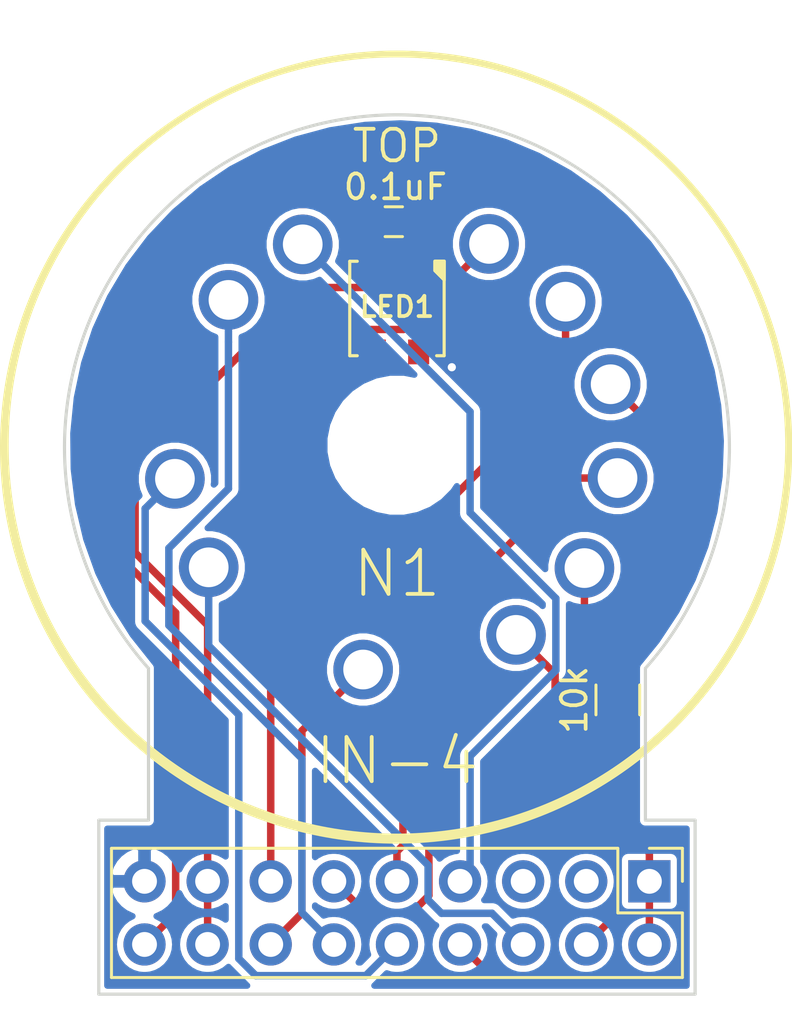
<source format=kicad_pcb>
(kicad_pcb (version 20171130) (host pcbnew "(5.1.4)-1")

  (general
    (thickness 1.6002)
    (drawings 9)
    (tracks 100)
    (zones 0)
    (modules 6)
    (nets 19)
  )

  (page A4)
  (layers
    (0 F.Cu signal)
    (31 B.Cu signal)
    (34 B.Paste user)
    (35 F.Paste user)
    (36 B.SilkS user)
    (37 F.SilkS user)
    (38 B.Mask user)
    (39 F.Mask user)
    (44 Edge.Cuts user)
  )

  (setup
    (last_trace_width 0.3)
    (user_trace_width 0.1524)
    (user_trace_width 0.2)
    (user_trace_width 0.25)
    (user_trace_width 0.3)
    (user_trace_width 0.4)
    (user_trace_width 0.5)
    (user_trace_width 0.6)
    (user_trace_width 0.8)
    (trace_clearance 0.254)
    (zone_clearance 0.1524)
    (zone_45_only no)
    (trace_min 0.1524)
    (via_size 0.6858)
    (via_drill 0.3302)
    (via_min_size 0.6858)
    (via_min_drill 0.3302)
    (uvia_size 0.508)
    (uvia_drill 0.127)
    (uvias_allowed no)
    (uvia_min_size 0.508)
    (uvia_min_drill 0.127)
    (edge_width 0.127)
    (segment_width 0.127)
    (pcb_text_width 0.127)
    (pcb_text_size 0.6 0.6)
    (mod_edge_width 0.127)
    (mod_text_size 0.6 0.6)
    (mod_text_width 0.127)
    (pad_size 1.524 1.524)
    (pad_drill 0.762)
    (pad_to_mask_clearance 0.05)
    (solder_mask_min_width 0.25)
    (pad_to_paste_clearance -0.04)
    (aux_axis_origin 0 0)
    (grid_origin 160.02 119.38)
    (visible_elements 7FFFFF7F)
    (pcbplotparams
      (layerselection 0x3ffff_80000001)
      (usegerberextensions true)
      (usegerberattributes true)
      (usegerberadvancedattributes false)
      (creategerberjobfile false)
      (excludeedgelayer true)
      (linewidth 0.127000)
      (plotframeref false)
      (viasonmask false)
      (mode 1)
      (useauxorigin false)
      (hpglpennumber 1)
      (hpglpenspeed 20)
      (hpglpendiameter 15.000000)
      (psnegative false)
      (psa4output false)
      (plotreference true)
      (plotvalue true)
      (plotinvisibletext false)
      (padsonsilk false)
      (subtractmaskfromsilk false)
      (outputformat 1)
      (mirror false)
      (drillshape 0)
      (scaleselection 1)
      (outputdirectory "CAM/"))
  )

  (net 0 "")
  (net 1 +5V)
  (net 2 GND)
  (net 3 /Anode)
  (net 4 /Din)
  (net 5 "Net-(J1-Pad3)")
  (net 6 /HV6)
  (net 7 /HV5)
  (net 8 /HV10)
  (net 9 /HV4)
  (net 10 /HV9)
  (net 11 /HV3)
  (net 12 /HV8)
  (net 13 /HV2)
  (net 14 /HV7)
  (net 15 /HV1)
  (net 16 "Net-(J1-Pad5)")
  (net 17 "Net-(N1-PadA3)")
  (net 18 "Net-(LED1-Pad1-DOUT)")

  (net_class Default "Imperial - this is the standard class"
    (clearance 0.254)
    (trace_width 0.254)
    (via_dia 0.6858)
    (via_drill 0.3302)
    (uvia_dia 0.508)
    (uvia_drill 0.127)
    (add_net +5V)
    (add_net /Anode)
    (add_net /Din)
    (add_net /HV1)
    (add_net /HV10)
    (add_net /HV2)
    (add_net /HV3)
    (add_net /HV4)
    (add_net /HV5)
    (add_net /HV6)
    (add_net /HV7)
    (add_net /HV8)
    (add_net /HV9)
    (add_net GND)
    (add_net "Net-(J1-Pad3)")
    (add_net "Net-(J1-Pad5)")
    (add_net "Net-(LED1-Pad1-DOUT)")
    (add_net "Net-(N1-PadA3)")
  )

  (net_class 0.2mm ""
    (clearance 0.2)
    (trace_width 0.2)
    (via_dia 0.6858)
    (via_drill 0.3302)
    (uvia_dia 0.508)
    (uvia_drill 0.127)
  )

  (net_class Minimal ""
    (clearance 0.1524)
    (trace_width 0.1524)
    (via_dia 0.6858)
    (via_drill 0.3302)
    (uvia_dia 0.508)
    (uvia_drill 0.127)
  )

  (module Pin_Headers:Pin_Header_Straight_2x09_Pitch2.54mm (layer F.Cu) (tedit 59650532) (tstamp 5A3BE88D)
    (at 170.18 136.84 270)
    (descr "Through hole straight pin header, 2x09, 2.54mm pitch, double rows")
    (tags "Through hole pin header THT 2x09 2.54mm double row")
    (path /5A39B530)
    (fp_text reference J1 (at -2.26 9.96) (layer F.SilkS) hide
      (effects (font (size 1 1) (thickness 0.15)))
    )
    (fp_text value Nixie (at 1.27 22.65 270) (layer F.Fab)
      (effects (font (size 1 1) (thickness 0.15)))
    )
    (fp_line (start 0 -1.27) (end 3.81 -1.27) (layer F.Fab) (width 0.1))
    (fp_line (start 3.81 -1.27) (end 3.81 21.59) (layer F.Fab) (width 0.1))
    (fp_line (start 3.81 21.59) (end -1.27 21.59) (layer F.Fab) (width 0.1))
    (fp_line (start -1.27 21.59) (end -1.27 0) (layer F.Fab) (width 0.1))
    (fp_line (start -1.27 0) (end 0 -1.27) (layer F.Fab) (width 0.1))
    (fp_line (start -1.33 21.65) (end 3.87 21.65) (layer F.SilkS) (width 0.12))
    (fp_line (start -1.33 1.27) (end -1.33 21.65) (layer F.SilkS) (width 0.12))
    (fp_line (start 3.87 -1.33) (end 3.87 21.65) (layer F.SilkS) (width 0.12))
    (fp_line (start -1.33 1.27) (end 1.27 1.27) (layer F.SilkS) (width 0.12))
    (fp_line (start 1.27 1.27) (end 1.27 -1.33) (layer F.SilkS) (width 0.12))
    (fp_line (start 1.27 -1.33) (end 3.87 -1.33) (layer F.SilkS) (width 0.12))
    (fp_line (start -1.33 0) (end -1.33 -1.33) (layer F.SilkS) (width 0.12))
    (fp_line (start -1.33 -1.33) (end 0 -1.33) (layer F.SilkS) (width 0.12))
    (fp_line (start -1.8 -1.8) (end -1.8 22.1) (layer F.CrtYd) (width 0.05))
    (fp_line (start -1.8 22.1) (end 4.35 22.1) (layer F.CrtYd) (width 0.05))
    (fp_line (start 4.35 22.1) (end 4.35 -1.8) (layer F.CrtYd) (width 0.05))
    (fp_line (start 4.35 -1.8) (end -1.8 -1.8) (layer F.CrtYd) (width 0.05))
    (fp_text user %R (at 1.27 10.16) (layer F.Fab)
      (effects (font (size 1 1) (thickness 0.15)))
    )
    (pad 1 thru_hole rect (at 0 0 270) (size 1.7 1.7) (drill 1) (layers *.Cu *.Mask)
      (net 3 /Anode))
    (pad 2 thru_hole oval (at 2.54 0 270) (size 1.7 1.7) (drill 1) (layers *.Cu *.Mask)
      (net 3 /Anode))
    (pad 3 thru_hole oval (at 0 2.54 270) (size 1.7 1.7) (drill 1) (layers *.Cu *.Mask)
      (net 5 "Net-(J1-Pad3)"))
    (pad 4 thru_hole oval (at 2.54 2.54 270) (size 1.7 1.7) (drill 1) (layers *.Cu *.Mask)
      (net 6 /HV6))
    (pad 5 thru_hole oval (at 0 5.08 270) (size 1.7 1.7) (drill 1) (layers *.Cu *.Mask)
      (net 16 "Net-(J1-Pad5)"))
    (pad 6 thru_hole oval (at 2.54 5.08 270) (size 1.7 1.7) (drill 1) (layers *.Cu *.Mask)
      (net 7 /HV5))
    (pad 7 thru_hole oval (at 0 7.62 270) (size 1.7 1.7) (drill 1) (layers *.Cu *.Mask)
      (net 8 /HV10))
    (pad 8 thru_hole oval (at 2.54 7.62 270) (size 1.7 1.7) (drill 1) (layers *.Cu *.Mask)
      (net 9 /HV4))
    (pad 9 thru_hole oval (at 0 10.16 270) (size 1.7 1.7) (drill 1) (layers *.Cu *.Mask)
      (net 10 /HV9))
    (pad 10 thru_hole oval (at 2.54 10.16 270) (size 1.7 1.7) (drill 1) (layers *.Cu *.Mask)
      (net 11 /HV3))
    (pad 11 thru_hole oval (at 0 12.7 270) (size 1.7 1.7) (drill 1) (layers *.Cu *.Mask)
      (net 12 /HV8))
    (pad 12 thru_hole oval (at 2.54 12.7 270) (size 1.7 1.7) (drill 1) (layers *.Cu *.Mask)
      (net 13 /HV2))
    (pad 13 thru_hole oval (at 0 15.24 270) (size 1.7 1.7) (drill 1) (layers *.Cu *.Mask)
      (net 14 /HV7))
    (pad 14 thru_hole oval (at 2.54 15.24 270) (size 1.7 1.7) (drill 1) (layers *.Cu *.Mask)
      (net 15 /HV1))
    (pad 15 thru_hole oval (at 0 17.78 270) (size 1.7 1.7) (drill 1) (layers *.Cu *.Mask)
      (net 4 /Din))
    (pad 16 thru_hole oval (at 2.54 17.78 270) (size 1.7 1.7) (drill 1) (layers *.Cu *.Mask)
      (net 4 /Din))
    (pad 17 thru_hole oval (at 0 20.32 270) (size 1.7 1.7) (drill 1) (layers *.Cu *.Mask)
      (net 2 GND))
    (pad 18 thru_hole oval (at 2.54 20.32 270) (size 1.7 1.7) (drill 1) (layers *.Cu *.Mask)
      (net 1 +5V))
    (model ${KISYS3DMOD}/Pin_Headers.3dshapes/Pin_Header_Straight_2x09_Pitch2.54mm.wrl
      (at (xyz 0 0 0))
      (scale (xyz 1 1 1))
      (rotate (xyz 0 0 0))
    )
  )

  (module Capacitors_SMD:C_0603_HandSoldering (layer F.Cu) (tedit 58AA848B) (tstamp 5DC0589D)
    (at 159.893 110.2995)
    (descr "Capacitor SMD 0603, hand soldering")
    (tags "capacitor 0603")
    (path /592C7A4C)
    (attr smd)
    (fp_text reference C1 (at 0 1.5 180) (layer F.SilkS) hide
      (effects (font (size 1 1) (thickness 0.15)))
    )
    (fp_text value 0.1uF (at 0.0635 -1.397 180) (layer F.SilkS)
      (effects (font (size 1 1) (thickness 0.15)))
    )
    (fp_text user %R (at 0 -1.25 180) (layer F.Fab)
      (effects (font (size 1 1) (thickness 0.15)))
    )
    (fp_line (start -0.8 0.4) (end -0.8 -0.4) (layer F.Fab) (width 0.1))
    (fp_line (start 0.8 0.4) (end -0.8 0.4) (layer F.Fab) (width 0.1))
    (fp_line (start 0.8 -0.4) (end 0.8 0.4) (layer F.Fab) (width 0.1))
    (fp_line (start -0.8 -0.4) (end 0.8 -0.4) (layer F.Fab) (width 0.1))
    (fp_line (start -0.35 -0.6) (end 0.35 -0.6) (layer F.SilkS) (width 0.12))
    (fp_line (start 0.35 0.6) (end -0.35 0.6) (layer F.SilkS) (width 0.12))
    (fp_line (start -1.8 -0.65) (end 1.8 -0.65) (layer F.CrtYd) (width 0.05))
    (fp_line (start -1.8 -0.65) (end -1.8 0.65) (layer F.CrtYd) (width 0.05))
    (fp_line (start 1.8 0.65) (end 1.8 -0.65) (layer F.CrtYd) (width 0.05))
    (fp_line (start 1.8 0.65) (end -1.8 0.65) (layer F.CrtYd) (width 0.05))
    (pad 1 smd rect (at -0.95 0) (size 1.2 0.75) (layers F.Cu F.Paste F.Mask)
      (net 1 +5V))
    (pad 2 smd rect (at 0.95 0) (size 1.2 0.75) (layers F.Cu F.Paste F.Mask)
      (net 2 GND))
    (model Capacitors_SMD.3dshapes/C_0603.wrl
      (at (xyz 0 0 0))
      (scale (xyz 1 1 1))
      (rotate (xyz 0 0 0))
    )
  )

  (module logos:mermaid_l (layer B.Cu) (tedit 0) (tstamp 5A3BEF0C)
    (at 161.29 126.4285 180)
    (fp_text reference G*** (at 0 0 180) (layer B.SilkS) hide
      (effects (font (size 1.524 1.524) (thickness 0.3)) (justify mirror))
    )
    (fp_text value LOGO (at 0.75 0 180) (layer B.SilkS) hide
      (effects (font (size 1.524 1.524) (thickness 0.3)) (justify mirror))
    )
    (fp_poly (pts (xy 0.016811 3.773536) (xy 0.035492 3.771585) (xy 0.039687 3.770741) (xy 0.079417 3.757244)
      (xy 0.111324 3.737775) (xy 0.124832 3.725513) (xy 0.142677 3.704599) (xy 0.153161 3.684612)
      (xy 0.15793 3.661447) (xy 0.15875 3.64097) (xy 0.158058 3.61993) (xy 0.155124 3.604749)
      (xy 0.148654 3.590748) (xy 0.141938 3.580059) (xy 0.122141 3.557766) (xy 0.098998 3.544256)
      (xy 0.074141 3.539962) (xy 0.049199 3.545313) (xy 0.036501 3.55221) (xy 0.025568 3.560763)
      (xy 0.019906 3.570026) (xy 0.017449 3.584153) (xy 0.016932 3.59157) (xy 0.016648 3.608477)
      (xy 0.018904 3.618133) (xy 0.024587 3.623743) (xy 0.026084 3.624592) (xy 0.039465 3.627784)
      (xy 0.050441 3.626922) (xy 0.059967 3.622881) (xy 0.061919 3.615123) (xy 0.060823 3.608777)
      (xy 0.060289 3.596153) (xy 0.064906 3.590901) (xy 0.073078 3.592235) (xy 0.083211 3.599369)
      (xy 0.093713 3.61152) (xy 0.102989 3.6279) (xy 0.103896 3.629997) (xy 0.108418 3.643365)
      (xy 0.108287 3.6547) (xy 0.103467 3.669685) (xy 0.087643 3.698859) (xy 0.064252 3.721926)
      (xy 0.050164 3.731216) (xy 0.036916 3.737802) (xy 0.022748 3.741623) (xy 0.004134 3.743365)
      (xy -0.014288 3.743716) (xy -0.040147 3.742911) (xy -0.057394 3.740394) (xy -0.064294 3.73724)
      (xy -0.073648 3.731439) (xy -0.077728 3.730626) (xy -0.088165 3.726605) (xy -0.102163 3.716065)
      (xy -0.117406 3.701291) (xy -0.131579 3.684564) (xy -0.142367 3.668169) (xy -0.143717 3.665542)
      (xy -0.151883 3.648712) (xy -0.159332 3.633251) (xy -0.163088 3.620111) (xy -0.165384 3.598867)
      (xy -0.16631 3.568514) (xy -0.166318 3.553876) (xy -0.166026 3.5265) (xy -0.165145 3.506715)
      (xy -0.163111 3.491529) (xy -0.159359 3.477949) (xy -0.153324 3.462983) (xy -0.14625 3.447521)
      (xy -0.121753 3.405235) (xy -0.0903 3.36927) (xy -0.051325 3.33924) (xy -0.004264 3.314759)
      (xy 0.051447 3.295441) (xy 0.089958 3.28602) (xy 0.119366 3.282227) (xy 0.156195 3.281263)
      (xy 0.197719 3.282946) (xy 0.241212 3.28709) (xy 0.283951 3.293513) (xy 0.321687 3.301638)
      (xy 0.342155 3.307861) (xy 0.360849 3.315263) (xy 0.376278 3.322945) (xy 0.386953 3.330006)
      (xy 0.391385 3.335547) (xy 0.388082 3.338667) (xy 0.383597 3.339042) (xy 0.373649 3.342219)
      (xy 0.357833 3.350734) (xy 0.338335 3.36306) (xy 0.317344 3.377673) (xy 0.297047 3.393046)
      (xy 0.279632 3.407655) (xy 0.267286 3.419973) (xy 0.26692 3.420407) (xy 0.246827 3.446164)
      (xy 0.232225 3.469838) (xy 0.221889 3.494463) (xy 0.214597 3.523071) (xy 0.209127 3.558694)
      (xy 0.208269 3.565849) (xy 0.208225 3.599519) (xy 0.214696 3.635439) (xy 0.226608 3.670269)
      (xy 0.242885 3.700666) (xy 0.257355 3.718587) (xy 0.284712 3.739246) (xy 0.316451 3.752322)
      (xy 0.350326 3.757709) (xy 0.384089 3.755304) (xy 0.415495 3.745003) (xy 0.441854 3.727116)
      (xy 0.456743 3.708989) (xy 0.464158 3.687733) (xy 0.465666 3.667574) (xy 0.46447 3.649678)
      (xy 0.459418 3.636679) (xy 0.44831 3.623019) (xy 0.447843 3.622523) (xy 0.432662 3.60928)
      (xy 0.418526 3.60395) (xy 0.413448 3.603625) (xy 0.394908 3.608269) (xy 0.381565 3.620647)
      (xy 0.375782 3.638431) (xy 0.375708 3.640833) (xy 0.378805 3.655072) (xy 0.386689 3.660815)
      (xy 0.397247 3.657238) (xy 0.40302 3.65151) (xy 0.411119 3.643576) (xy 0.417703 3.64383)
      (xy 0.420717 3.645984) (xy 0.426691 3.656909) (xy 0.428309 3.673525) (xy 0.425542 3.691863)
      (xy 0.421138 3.703294) (xy 0.410709 3.716673) (xy 0.399156 3.725521) (xy 0.381042 3.731036)
      (xy 0.358057 3.732598) (xy 0.335132 3.730244) (xy 0.318905 3.724949) (xy 0.298369 3.711409)
      (xy 0.278961 3.693672) (xy 0.264484 3.675356) (xy 0.26187 3.670693) (xy 0.258107 3.658302)
      (xy 0.255508 3.640465) (xy 0.254155 3.620218) (xy 0.254128 3.6006) (xy 0.25551 3.584648)
      (xy 0.258381 3.5754) (xy 0.259291 3.574521) (xy 0.263387 3.567227) (xy 0.264583 3.558334)
      (xy 0.266434 3.54854) (xy 0.269875 3.545417) (xy 0.274956 3.541344) (xy 0.275166 3.539772)
      (xy 0.278369 3.532005) (xy 0.286651 3.519125) (xy 0.298022 3.503894) (xy 0.310492 3.489074)
      (xy 0.315691 3.483521) (xy 0.332808 3.469181) (xy 0.356966 3.453086) (xy 0.385192 3.436898)
      (xy 0.41451 3.422278) (xy 0.441945 3.410886) (xy 0.451563 3.407656) (xy 0.513508 3.39253)
      (xy 0.572008 3.386659) (xy 0.6285 3.390216) (xy 0.684423 3.403376) (xy 0.741216 3.42631)
      (xy 0.78052 3.447259) (xy 0.817352 3.46804) (xy 0.848125 3.483558) (xy 0.875501 3.494552)
      (xy 0.902139 3.501759) (xy 0.9307 3.505917) (xy 0.963843 3.507764) (xy 0.999762 3.50806)
      (xy 1.029829 3.507596) (xy 1.058475 3.506543) (xy 1.08289 3.505047) (xy 1.100268 3.50325)
      (xy 1.103312 3.502746) (xy 1.124251 3.498943) (xy 1.148566 3.494739) (xy 1.16152 3.492588)
      (xy 1.183437 3.488718) (xy 1.205109 3.484407) (xy 1.21576 3.482026) (xy 1.242534 3.475574)
      (xy 1.261268 3.470981) (xy 1.27422 3.467665) (xy 1.283649 3.465044) (xy 1.29181 3.462534)
      (xy 1.293812 3.46189) (xy 1.330054 3.447173) (xy 1.362613 3.428217) (xy 1.390124 3.406284)
      (xy 1.411222 3.382636) (xy 1.42454 3.358536) (xy 1.428749 3.337087) (xy 1.430965 3.31796)
      (xy 1.436932 3.293293) (xy 1.445634 3.266996) (xy 1.4496 3.257021) (xy 1.460028 3.223921)
      (xy 1.465344 3.188889) (xy 1.465701 3.173183) (xy 1.465206 3.152449) (xy 1.465622 3.140318)
      (xy 1.467505 3.134815) (xy 1.471411 3.133966) (xy 1.476375 3.135313) (xy 1.485246 3.136563)
      (xy 1.485546 3.132317) (xy 1.477379 3.123141) (xy 1.473497 3.119686) (xy 1.464568 3.110292)
      (xy 1.463129 3.101507) (xy 1.465406 3.093994) (xy 1.472998 3.082438) (xy 1.485846 3.06985)
      (xy 1.491895 3.065257) (xy 1.507592 3.051442) (xy 1.513053 3.038041) (xy 1.508312 3.023896)
      (xy 1.493572 3.007997) (xy 1.481954 2.996879) (xy 1.477871 2.989625) (xy 1.480148 2.984092)
      (xy 1.480343 2.983889) (xy 1.48489 2.973373) (xy 1.486712 2.956585) (xy 1.485771 2.93749)
      (xy 1.482027 2.920051) (xy 1.481007 2.917281) (xy 1.468042 2.883178) (xy 1.459777 2.85676)
      (xy 1.455764 2.836468) (xy 1.455208 2.827306) (xy 1.451635 2.812089) (xy 1.440656 2.801224)
      (xy 1.433744 2.797314) (xy 1.425278 2.794661) (xy 1.41333 2.793085) (xy 1.395971 2.79241)
      (xy 1.371273 2.792457) (xy 1.349375 2.792809) (xy 1.31873 2.793255) (xy 1.296659 2.793112)
      (xy 1.281157 2.792186) (xy 1.270221 2.790279) (xy 1.261849 2.787196) (xy 1.255447 2.783626)
      (xy 1.244268 2.774775) (xy 1.238474 2.766405) (xy 1.23825 2.764974) (xy 1.235863 2.757876)
      (xy 1.233805 2.756959) (xy 1.229201 2.752098) (xy 1.223916 2.739092) (xy 1.218503 2.720308)
      (xy 1.213515 2.698112) (xy 1.209506 2.674871) (xy 1.207028 2.652951) (xy 1.2065 2.640132)
      (xy 1.207874 2.614203) (xy 1.211589 2.582523) (xy 1.217032 2.549504) (xy 1.222776 2.522803)
      (xy 1.235661 2.473043) (xy 1.247332 2.433315) (xy 1.257929 2.403156) (xy 1.259293 2.399771)
      (xy 1.264013 2.387513) (xy 1.269636 2.371955) (xy 1.270086 2.370667) (xy 1.278721 2.347809)
      (xy 1.289907 2.322021) (xy 1.304888 2.290463) (xy 1.308378 2.283355) (xy 1.317963 2.259043)
      (xy 1.323702 2.234224) (xy 1.325348 2.211548) (xy 1.322652 2.19366) (xy 1.317561 2.184909)
      (xy 1.307186 2.176016) (xy 1.292853 2.165074) (xy 1.277255 2.153968) (xy 1.263087 2.144581)
      (xy 1.253044 2.138797) (xy 1.250232 2.137834) (xy 1.242386 2.13401) (xy 1.231208 2.124466)
      (xy 1.219519 2.11209) (xy 1.21014 2.099773) (xy 1.206613 2.093154) (xy 1.204218 2.073293)
      (xy 1.210459 2.048342) (xy 1.211685 2.04523) (xy 1.220793 2.023791) (xy 1.23213 1.998543)
      (xy 1.244765 1.971403) (xy 1.257766 1.944284) (xy 1.270202 1.9191) (xy 1.281142 1.897767)
      (xy 1.289653 1.882198) (xy 1.294804 1.874308) (xy 1.294911 1.874195) (xy 1.300737 1.866426)
      (xy 1.30175 1.863411) (xy 1.305702 1.855954) (xy 1.316422 1.843726) (xy 1.332206 1.828296)
      (xy 1.351351 1.811235) (xy 1.372151 1.794113) (xy 1.392903 1.778501) (xy 1.397 1.775628)
      (xy 1.412481 1.764474) (xy 1.432822 1.749179) (xy 1.456251 1.731147) (xy 1.480994 1.711783)
      (xy 1.505277 1.692489) (xy 1.527327 1.674669) (xy 1.54537 1.659728) (xy 1.557633 1.649068)
      (xy 1.561041 1.645785) (xy 1.566531 1.641261) (xy 1.577559 1.632846) (xy 1.584854 1.62743)
      (xy 1.599074 1.616479) (xy 1.610642 1.606732) (xy 1.613958 1.603563) (xy 1.621166 1.597319)
      (xy 1.63503 1.586326) (xy 1.653625 1.57203) (xy 1.675029 1.555881) (xy 1.697317 1.539326)
      (xy 1.718566 1.523814) (xy 1.736854 1.510793) (xy 1.740958 1.507944) (xy 1.75542 1.497422)
      (xy 1.767734 1.487559) (xy 1.769672 1.48584) (xy 1.781335 1.477351) (xy 1.789516 1.473434)
      (xy 1.797549 1.469117) (xy 1.799166 1.466423) (xy 1.803588 1.462135) (xy 1.814535 1.456503)
      (xy 1.817687 1.455209) (xy 1.829662 1.449593) (xy 1.835937 1.444862) (xy 1.836208 1.4441)
      (xy 1.840779 1.440501) (xy 1.852852 1.434525) (xy 1.869967 1.42737) (xy 1.872824 1.426267)
      (xy 1.88894 1.420424) (xy 1.902804 1.416562) (xy 1.917198 1.414357) (xy 1.934907 1.413483)
      (xy 1.958714 1.413615) (xy 1.977334 1.414048) (xy 2.011477 1.415666) (xy 2.050591 1.418652)
      (xy 2.089221 1.422539) (xy 2.114726 1.425785) (xy 2.14488 1.42989) (xy 2.16751 1.432256)
      (xy 2.18552 1.432964) (xy 2.201812 1.432095) (xy 2.219288 1.429731) (xy 2.224528 1.428856)
      (xy 2.245404 1.424861) (xy 2.257747 1.421152) (xy 2.263552 1.416902) (xy 2.264833 1.412127)
      (xy 2.263508 1.406717) (xy 2.257986 1.403732) (xy 2.245944 1.402491) (xy 2.231409 1.402292)
      (xy 2.207764 1.401303) (xy 2.182238 1.398663) (xy 2.158033 1.394866) (xy 2.138355 1.390404)
      (xy 2.12725 1.386276) (xy 2.123304 1.383434) (xy 2.123829 1.381057) (xy 2.130164 1.378752)
      (xy 2.143652 1.376125) (xy 2.165634 1.37278) (xy 2.180166 1.370725) (xy 2.208747 1.366286)
      (xy 2.230983 1.361492) (xy 2.251087 1.355226) (xy 2.27327 1.34637) (xy 2.275416 1.345449)
      (xy 2.291879 1.337058) (xy 2.307873 1.326809) (xy 2.32072 1.316668) (xy 2.327745 1.308602)
      (xy 2.328333 1.306591) (xy 2.323743 1.304335) (xy 2.312281 1.304011) (xy 2.297402 1.305252)
      (xy 2.282566 1.307694) (xy 2.271229 1.31097) (xy 2.267743 1.312991) (xy 2.258675 1.31683)
      (xy 2.251604 1.317626) (xy 2.239817 1.320172) (xy 2.234786 1.323331) (xy 2.225761 1.326846)
      (xy 2.213884 1.326984) (xy 2.204136 1.325219) (xy 2.204029 1.323129) (xy 2.20927 1.320799)
      (xy 2.23606 1.310129) (xy 2.25511 1.301894) (xy 2.268643 1.294964) (xy 2.278885 1.288209)
      (xy 2.287322 1.281169) (xy 2.296853 1.2715) (xy 2.301715 1.264499) (xy 2.301875 1.263719)
      (xy 2.297454 1.259587) (xy 2.285098 1.260225) (xy 2.266162 1.265338) (xy 2.242005 1.274631)
      (xy 2.232778 1.27872) (xy 2.210862 1.287938) (xy 2.195226 1.292907) (xy 2.186673 1.293593)
      (xy 2.186011 1.289959) (xy 2.194044 1.28197) (xy 2.19612 1.28034) (xy 2.207237 1.273141)
      (xy 2.215319 1.270118) (xy 2.221801 1.265714) (xy 2.226876 1.256324) (xy 2.227791 1.251047)
      (xy 2.223516 1.248302) (xy 2.212505 1.249392) (xy 2.197482 1.253408) (xy 2.181171 1.259436)
      (xy 2.166296 1.266566) (xy 2.15558 1.273887) (xy 2.153708 1.275833) (xy 2.146702 1.280288)
      (xy 2.132687 1.286789) (xy 2.114695 1.294037) (xy 2.095756 1.300732) (xy 2.095124 1.300937)
      (xy 2.07869 1.304461) (xy 2.057774 1.306667) (xy 2.046312 1.307042) (xy 2.028903 1.306558)
      (xy 2.018807 1.304253) (xy 2.012768 1.298853) (xy 2.009183 1.29249) (xy 2.005287 1.278785)
      (xy 2.008579 1.265874) (xy 2.019902 1.252443) (xy 2.040101 1.237179) (xy 2.048014 1.232048)
      (xy 2.069352 1.218173) (xy 2.083328 1.207722) (xy 2.091758 1.198848) (xy 2.096459 1.189706)
      (xy 2.098878 1.180349) (xy 2.099775 1.168122) (xy 2.095521 1.163627) (xy 2.094838 1.16354)
      (xy 2.077123 1.165005) (xy 2.064663 1.173081) (xy 2.054291 1.180457) (xy 2.036679 1.190046)
      (xy 2.014573 1.20055) (xy 1.990717 1.210671) (xy 1.967857 1.219114) (xy 1.965854 1.219776)
      (xy 1.928101 1.233609) (xy 1.898307 1.248381) (xy 1.87387 1.26573) (xy 1.852189 1.287294)
      (xy 1.844908 1.29597) (xy 1.82922 1.314316) (xy 1.813605 1.330793) (xy 1.80082 1.342542)
      (xy 1.797992 1.344686) (xy 1.786309 1.353213) (xy 1.778836 1.359346) (xy 1.778 1.360236)
      (xy 1.771224 1.365606) (xy 1.75693 1.374794) (xy 1.736985 1.386729) (xy 1.713259 1.400343)
      (xy 1.687619 1.414565) (xy 1.661936 1.428326) (xy 1.638076 1.440557) (xy 1.635125 1.442019)
      (xy 1.587553 1.46584) (xy 1.546283 1.487396) (xy 1.507857 1.50852) (xy 1.481666 1.52353)
      (xy 1.464862 1.532936) (xy 1.450648 1.540248) (xy 1.443302 1.543429) (xy 1.435482 1.548118)
      (xy 1.434041 1.551076) (xy 1.429946 1.555562) (xy 1.42835 1.55575) (xy 1.421455 1.558368)
      (xy 1.407463 1.565519) (xy 1.388265 1.576151) (xy 1.365753 1.589212) (xy 1.341819 1.60365)
      (xy 1.338081 1.605957) (xy 1.328838 1.611626) (xy 1.314356 1.620452) (xy 1.303686 1.626934)
      (xy 1.289183 1.635949) (xy 1.278713 1.64286) (xy 1.275291 1.645485) (xy 1.269816 1.650117)
      (xy 1.258818 1.65865) (xy 1.251479 1.66417) (xy 1.234056 1.677274) (xy 1.220686 1.687881)
      (xy 1.208649 1.698391) (xy 1.195222 1.711206) (xy 1.177684 1.728725) (xy 1.173427 1.733021)
      (xy 1.154691 1.753203) (xy 1.136473 1.774958) (xy 1.121826 1.794574) (xy 1.117957 1.80049)
      (xy 1.107458 1.815879) (xy 1.098096 1.826821) (xy 1.091977 1.830917) (xy 1.085418 1.828569)
      (xy 1.084785 1.826948) (xy 1.081627 1.820717) (xy 1.073818 1.810294) (xy 1.071556 1.807605)
      (xy 1.063024 1.796859) (xy 1.058535 1.789598) (xy 1.058333 1.788759) (xy 1.055116 1.78268)
      (xy 1.048847 1.77503) (xy 1.038358 1.760344) (xy 1.026121 1.737991) (xy 1.013216 1.710506)
      (xy 1.00072 1.680421) (xy 0.989714 1.650268) (xy 0.981275 1.622581) (xy 0.977986 1.608667)
      (xy 0.968972 1.562362) (xy 0.962328 1.523365) (xy 0.95779 1.488735) (xy 0.955093 1.45553)
      (xy 0.953972 1.420809) (xy 0.954162 1.38163) (xy 0.954874 1.352021) (xy 0.955956 1.318336)
      (xy 0.957154 1.287144) (xy 0.958377 1.260422) (xy 0.959534 1.240144) (xy 0.960534 1.228284)
      (xy 0.960617 1.227667) (xy 0.961429 1.217554) (xy 0.962358 1.198447) (xy 0.96335 1.171939)
      (xy 0.964353 1.139617) (xy 0.96531 1.103071) (xy 0.96617 1.063891) (xy 0.966176 1.063625)
      (xy 0.966988 1.016579) (xy 0.967314 0.977779) (xy 0.967075 0.9449) (xy 0.96619 0.915612)
      (xy 0.964579 0.887587) (xy 0.962164 0.858498) (xy 0.958863 0.826017) (xy 0.95765 0.814917)
      (xy 0.951084 0.75682) (xy 0.945176 0.707679) (xy 0.939682 0.665903) (xy 0.934356 0.629902)
      (xy 0.928956 0.598088) (xy 0.923235 0.56887) (xy 0.916949 0.54066) (xy 0.912885 0.523875)
      (xy 0.906794 0.498662) (xy 0.901413 0.475129) (xy 0.897462 0.456489) (xy 0.895973 0.44834)
      (xy 0.892856 0.434708) (xy 0.889085 0.426281) (xy 0.888285 0.425538) (xy 0.884592 0.418555)
      (xy 0.883669 0.411115) (xy 0.882028 0.401383) (xy 0.877635 0.38436) (xy 0.871226 0.362746)
      (xy 0.866028 0.346605) (xy 0.857767 0.321534) (xy 0.84996 0.297435) (xy 0.843739 0.277819)
      (xy 0.841302 0.269875) (xy 0.836378 0.25453) (xy 0.832191 0.243342) (xy 0.830942 0.240771)
      (xy 0.827336 0.232696) (xy 0.822295 0.21902) (xy 0.820702 0.214313) (xy 0.81395 0.195276)
      (xy 0.806669 0.176625) (xy 0.80583 0.174625) (xy 0.798972 0.158321) (xy 0.792944 0.14374)
      (xy 0.792593 0.142875) (xy 0.786649 0.129107) (xy 0.782549 0.120458) (xy 0.778574 0.110063)
      (xy 0.777875 0.105842) (xy 0.775639 0.099184) (xy 0.769428 0.084596) (xy 0.759982 0.063622)
      (xy 0.748042 0.037806) (xy 0.734349 0.008691) (xy 0.719644 -0.022178) (xy 0.704668 -0.053257)
      (xy 0.690162 -0.083002) (xy 0.676867 -0.10987) (xy 0.665523 -0.132316) (xy 0.656873 -0.148797)
      (xy 0.651656 -0.157769) (xy 0.650888 -0.15875) (xy 0.64704 -0.164585) (xy 0.640139 -0.176579)
      (xy 0.635415 -0.185208) (xy 0.622667 -0.207639) (xy 0.605809 -0.235506) (xy 0.586295 -0.266573)
      (xy 0.565581 -0.298607) (xy 0.545121 -0.329373) (xy 0.52637 -0.356639) (xy 0.510784 -0.378168)
      (xy 0.504464 -0.386291) (xy 0.49882 -0.393433) (xy 0.48822 -0.406992) (xy 0.474188 -0.425014)
      (xy 0.458423 -0.445321) (xy 0.386268 -0.531586) (xy 0.305323 -0.615902) (xy 0.217382 -0.696433)
      (xy 0.193138 -0.716902) (xy 0.177764 -0.729736) (xy 0.165728 -0.739925) (xy 0.159212 -0.745619)
      (xy 0.15875 -0.74607) (xy 0.15364 -0.750212) (xy 0.141905 -0.75919) (xy 0.125441 -0.771566)
      (xy 0.111125 -0.782215) (xy 0.091503 -0.796811) (xy 0.074346 -0.809688) (xy 0.061903 -0.819151)
      (xy 0.057234 -0.822811) (xy 0.046348 -0.830914) (xy 0.033422 -0.839659) (xy 0.019429 -0.849492)
      (xy 0.008262 -0.85853) (xy -0.00115 -0.865562) (xy -0.006772 -0.867833) (xy -0.013177 -0.871028)
      (xy -0.024494 -0.879231) (xy -0.033185 -0.886354) (xy -0.046046 -0.896711) (xy -0.055853 -0.903433)
      (xy -0.059243 -0.904875) (xy -0.065136 -0.907527) (xy -0.076973 -0.9143) (xy -0.09191 -0.923419)
      (xy -0.107104 -0.933106) (xy -0.119711 -0.941585) (xy -0.126887 -0.947081) (xy -0.127 -0.947193)
      (xy -0.133129 -0.951521) (xy -0.142875 -0.957378) (xy -0.152011 -0.962765) (xy -0.168175 -0.972485)
      (xy -0.189376 -0.985333) (xy -0.213623 -1.000104) (xy -0.223801 -1.006326) (xy -0.247553 -1.020777)
      (xy -0.267952 -1.033032) (xy -0.283378 -1.04213) (xy -0.292207 -1.047106) (xy -0.293632 -1.04775)
      (xy -0.298902 -1.050229) (xy -0.310818 -1.056768) (xy -0.326931 -1.066017) (xy -0.328991 -1.067222)
      (xy -0.356603 -1.083148) (xy -0.386048 -1.099703) (xy -0.414493 -1.115327) (xy -0.439106 -1.128464)
      (xy -0.455084 -1.136599) (xy -0.467632 -1.14309) (xy -0.475484 -1.147821) (xy -0.47625 -1.148468)
      (xy -0.481786 -1.151903) (xy -0.494692 -1.158989) (xy -0.512891 -1.168607) (xy -0.529167 -1.177013)
      (xy -0.578322 -1.202179) (xy -0.622845 -1.225001) (xy -0.661951 -1.245075) (xy -0.694854 -1.261998)
      (xy -0.720769 -1.275365) (xy -0.73891 -1.284772) (xy -0.748492 -1.289816) (xy -0.748968 -1.290075)
      (xy -0.758048 -1.294813) (xy -0.773987 -1.302904) (xy -0.794153 -1.313017) (xy -0.80698 -1.3194)
      (xy -0.881231 -1.35675) (xy -0.94652 -1.390707) (xy -1.003734 -1.421745) (xy -1.05376 -1.450342)
      (xy -1.076855 -1.464177) (xy -1.090458 -1.471801) (xy -1.098021 -1.475597) (xy -1.105412 -1.479911)
      (xy -1.119579 -1.488876) (xy -1.138874 -1.501392) (xy -1.161647 -1.516359) (xy -1.18625 -1.532677)
      (xy -1.211035 -1.549246) (xy -1.234352 -1.564966) (xy -1.254552 -1.578737) (xy -1.269988 -1.58946)
      (xy -1.279009 -1.596033) (xy -1.280584 -1.5974) (xy -1.28583 -1.602217) (xy -1.296881 -1.611472)
      (xy -1.309688 -1.621833) (xy -1.369914 -1.675393) (xy -1.421218 -1.732685) (xy -1.463288 -1.79318)
      (xy -1.495811 -1.856346) (xy -1.518476 -1.921651) (xy -1.530971 -1.988566) (xy -1.532115 -2.00072)
      (xy -1.533533 -2.021291) (xy -1.533389 -2.03401) (xy -1.531178 -2.041555) (xy -1.526396 -2.046606)
      (xy -1.523028 -2.048937) (xy -1.508982 -2.055507) (xy -1.492365 -2.060056) (xy -1.492229 -2.060079)
      (xy -1.452691 -2.067475) (xy -1.418964 -2.075738) (xy -1.394355 -2.083271) (xy -1.372487 -2.090356)
      (xy -1.346337 -2.098616) (xy -1.322917 -2.10585) (xy -1.302468 -2.112199) (xy -1.284909 -2.117877)
      (xy -1.273608 -2.12179) (xy -1.272646 -2.122164) (xy -1.262724 -2.125949) (xy -1.246121 -2.132103)
      (xy -1.226116 -2.139411) (xy -1.222375 -2.140766) (xy -1.203039 -2.148094) (xy -1.187481 -2.154598)
      (xy -1.178496 -2.159093) (xy -1.177661 -2.159711) (xy -1.168071 -2.163984) (xy -1.164987 -2.164291)
      (xy -1.156849 -2.166561) (xy -1.141251 -2.172762) (xy -1.120145 -2.181983) (xy -1.095482 -2.193313)
      (xy -1.069213 -2.20584) (xy -1.043289 -2.218653) (xy -1.019661 -2.230841) (xy -1.002771 -2.240067)
      (xy -0.979183 -2.253619) (xy -0.954406 -2.268128) (xy -0.930964 -2.28209) (xy -0.911386 -2.293997)
      (xy -0.898196 -2.302344) (xy -0.897227 -2.302991) (xy -0.84537 -2.340492) (xy -0.792658 -2.383257)
      (xy -0.741528 -2.42907) (xy -0.694416 -2.475712) (xy -0.653759 -2.520968) (xy -0.642579 -2.534708)
      (xy -0.628634 -2.552018) (xy -0.616971 -2.565902) (xy -0.609232 -2.574434) (xy -0.607219 -2.576159)
      (xy -0.603295 -2.582213) (xy -0.60325 -2.582995) (xy -0.599953 -2.59017) (xy -0.592419 -2.599694)
      (xy -0.584795 -2.609595) (xy -0.573492 -2.626331) (xy -0.559985 -2.647494) (xy -0.545751 -2.670677)
      (xy -0.532266 -2.693472) (xy -0.521004 -2.713471) (xy -0.513442 -2.728265) (xy -0.512956 -2.729342)
      (xy -0.506925 -2.740667) (xy -0.501953 -2.746251) (xy -0.501417 -2.746375) (xy -0.497764 -2.750622)
      (xy -0.497417 -2.753524) (xy -0.495063 -2.76201) (xy -0.489037 -2.775934) (xy -0.484188 -2.785554)
      (xy -0.476676 -2.800966) (xy -0.471883 -2.81327) (xy -0.470959 -2.817651) (xy -0.468504 -2.82541)
      (xy -0.46699 -2.826631) (xy -0.463351 -2.832354) (xy -0.457475 -2.846051) (xy -0.450118 -2.865545)
      (xy -0.442034 -2.888659) (xy -0.433976 -2.913215) (xy -0.4267 -2.937036) (xy -0.420958 -2.957944)
      (xy -0.419645 -2.963333) (xy -0.414816 -2.982772) (xy -0.410227 -2.999259) (xy -0.40721 -3.008312)
      (xy -0.403349 -3.020934) (xy -0.400065 -3.036847) (xy -0.399977 -3.037416) (xy -0.397973 -3.049953)
      (xy -0.394675 -3.070065) (xy -0.390554 -3.094892) (xy -0.386442 -3.119437) (xy -0.382507 -3.145522)
      (xy -0.379552 -3.172135) (xy -0.377442 -3.20146) (xy -0.376041 -3.23568) (xy -0.375217 -3.276977)
      (xy -0.374941 -3.306237) (xy -0.374907 -3.341428) (xy -0.375253 -3.373114) (xy -0.375932 -3.399753)
      (xy -0.376895 -3.4198) (xy -0.378095 -3.431711) (xy -0.378888 -3.43429) (xy -0.385103 -3.433466)
      (xy -0.398593 -3.427213) (xy -0.41801 -3.416235) (xy -0.441209 -3.401752) (xy -0.483878 -3.374892)
      (xy -0.526415 -3.34985) (xy -0.571041 -3.325433) (xy -0.619976 -3.30045) (xy -0.67544 -3.27371)
      (xy -0.709084 -3.258031) (xy -0.744498 -3.241758) (xy -0.773275 -3.228687) (xy -0.794644 -3.21916)
      (xy -0.807839 -3.213522) (xy -0.812017 -3.212041) (xy -0.817473 -3.210007) (xy -0.830202 -3.204577)
      (xy -0.847855 -3.196764) (xy -0.855541 -3.193302) (xy -0.87586 -3.184131) (xy -0.893504 -3.176218)
      (xy -0.905456 -3.170914) (xy -0.907521 -3.170016) (xy -0.918356 -3.165316) (xy -0.934412 -3.158299)
      (xy -0.944563 -3.153846) (xy -0.976212 -3.140021) (xy -0.999364 -3.130101) (xy -1.015151 -3.123604)
      (xy -1.018646 -3.12224) (xy -1.034695 -3.115354) (xy -1.057193 -3.104752) (xy -1.083338 -3.091857)
      (xy -1.110325 -3.078089) (xy -1.135352 -3.064868) (xy -1.155614 -3.053616) (xy -1.164167 -3.048495)
      (xy -1.18064 -3.036718) (xy -1.199817 -3.020816) (xy -1.220061 -3.002427) (xy -1.239737 -2.983188)
      (xy -1.257209 -2.964736) (xy -1.27084 -2.948708) (xy -1.278994 -2.936743) (xy -1.280584 -2.931984)
      (xy -1.284494 -2.925639) (xy -1.284991 -2.925409) (xy -1.290019 -2.9202) (xy -1.298403 -2.9087)
      (xy -1.308276 -2.893826) (xy -1.317775 -2.878494) (xy -1.325035 -2.865619) (xy -1.32819 -2.858117)
      (xy -1.328209 -2.857838) (xy -1.332 -2.851529) (xy -1.332427 -2.851326) (xy -1.337013 -2.84591)
      (xy -1.344025 -2.834059) (xy -1.348297 -2.82575) (xy -1.354863 -2.813311) (xy -1.359169 -2.807024)
      (xy -1.360124 -2.807229) (xy -1.360267 -2.814002) (xy -1.360556 -2.829563) (xy -1.360961 -2.852114)
      (xy -1.361448 -2.879861) (xy -1.36193 -2.90777) (xy -1.363484 -2.959059) (xy -1.366614 -3.002125)
      (xy -1.371909 -3.039285) (xy -1.379955 -3.072855) (xy -1.391341 -3.105149) (xy -1.406655 -3.138482)
      (xy -1.426484 -3.175172) (xy -1.432473 -3.185583) (xy -1.441516 -3.200851) (xy -1.454792 -3.222887)
      (xy -1.470945 -3.249473) (xy -1.488616 -3.278392) (xy -1.506447 -3.307427) (xy -1.523079 -3.334361)
      (xy -1.537156 -3.356975) (xy -1.546782 -3.372217) (xy -1.556574 -3.387882) (xy -1.563588 -3.399817)
      (xy -1.566333 -3.405482) (xy -1.566334 -3.405513) (xy -1.569332 -3.411428) (xy -1.571875 -3.414671)
      (xy -1.578955 -3.424037) (xy -1.58836 -3.437955) (xy -1.598309 -3.453578) (xy -1.607021 -3.468061)
      (xy -1.612717 -3.478559) (xy -1.613959 -3.481937) (xy -1.617841 -3.488012) (xy -1.618012 -3.48809)
      (xy -1.62267 -3.49336) (xy -1.6306 -3.505128) (xy -1.640113 -3.520543) (xy -1.649522 -3.536754)
      (xy -1.657137 -3.550911) (xy -1.661271 -3.560162) (xy -1.661584 -3.56167) (xy -1.66483 -3.566534)
      (xy -1.665553 -3.566624) (xy -1.670608 -3.570852) (xy -1.67527 -3.57853) (xy -1.6797 -3.587499)
      (xy -1.687831 -3.603801) (xy -1.698602 -3.625313) (xy -1.710953 -3.649918) (xy -1.714283 -3.656541)
      (xy -1.728714 -3.685357) (xy -1.739369 -3.707018) (xy -1.747301 -3.723791) (xy -1.753561 -3.73794)
      (xy -1.759201 -3.751728) (xy -1.762834 -3.761052) (xy -1.768776 -3.776191) (xy -1.77226 -3.784864)
      (xy -1.776532 -3.796565) (xy -1.782292 -3.813799) (xy -1.786124 -3.825875) (xy -1.794107 -3.850123)
      (xy -1.800605 -3.864974) (xy -1.806629 -3.871317) (xy -1.813196 -3.870039) (xy -1.821317 -3.862026)
      (xy -1.823851 -3.858896) (xy -1.834996 -3.845041) (xy -1.845018 -3.832935) (xy -1.860304 -3.814747)
      (xy -1.871524 -3.80089) (xy -1.881557 -3.787711) (xy -1.892096 -3.773209) (xy -1.901907 -3.758672)
      (xy -1.908513 -3.747198) (xy -1.910292 -3.74234) (xy -1.913744 -3.735549) (xy -1.9147 -3.735034)
      (xy -1.920879 -3.728832) (xy -1.93058 -3.714612) (xy -1.942942 -3.693993) (xy -1.957108 -3.668592)
      (xy -1.972218 -3.640026) (xy -1.987415 -3.609913) (xy -2.001841 -3.579871) (xy -2.014636 -3.551517)
      (xy -2.02375 -3.529541) (xy -2.030337 -3.513335) (xy -2.036097 -3.500143) (xy -2.037835 -3.49654)
      (xy -2.041998 -3.483106) (xy -2.042584 -3.477009) (xy -2.044998 -3.466849) (xy -2.047875 -3.463395)
      (xy -2.052009 -3.456083) (xy -2.053167 -3.44752) (xy -2.054935 -3.436601) (xy -2.057874 -3.432007)
      (xy -2.06186 -3.425217) (xy -2.065111 -3.412716) (xy -2.06525 -3.411851) (xy -2.068334 -3.396797)
      (xy -2.073297 -3.37719) (xy -2.076624 -3.3655) (xy -2.081421 -3.348705) (xy -2.085851 -3.331208)
      (xy -2.090465 -3.310549) (xy -2.095814 -3.284268) (xy -2.102103 -3.251729) (xy -2.104118 -3.235184)
      (xy -2.105738 -3.210034) (xy -2.106964 -3.178127) (xy -2.107796 -3.141317) (xy -2.108236 -3.101454)
      (xy -2.108284 -3.060389) (xy -2.107942 -3.019973) (xy -2.10721 -2.982059) (xy -2.10609 -2.948496)
      (xy -2.104582 -2.921137) (xy -2.102689 -2.901833) (xy -2.101907 -2.897187) (xy -2.097408 -2.875018)
      (xy -2.092897 -2.852736) (xy -2.090653 -2.841625) (xy -2.086154 -2.822216) (xy -2.080107 -2.799624)
      (xy -2.076886 -2.788708) (xy -2.071304 -2.769055) (xy -2.066835 -2.750617) (xy -2.06525 -2.742357)
      (xy -2.062104 -2.729658) (xy -2.058113 -2.722367) (xy -2.057874 -2.722201) (xy -2.054205 -2.715199)
      (xy -2.053167 -2.706687) (xy -2.05117 -2.695606) (xy -2.047875 -2.690812) (xy -2.043441 -2.683353)
      (xy -2.042584 -2.677199) (xy -2.040167 -2.663351) (xy -2.037938 -2.657667) (xy -2.028974 -2.638529)
      (xy -2.021574 -2.620201) (xy -2.016995 -2.605971) (xy -2.016125 -2.600674) (xy -2.013211 -2.593748)
      (xy -2.010834 -2.592916) (xy -2.005838 -2.588784) (xy -2.005542 -2.586757) (xy -2.003029 -2.576598)
      (xy -1.996034 -2.558966) (xy -1.985376 -2.535552) (xy -1.971874 -2.508043) (xy -1.956348 -2.478128)
      (xy -1.939615 -2.447495) (xy -1.928989 -2.428875) (xy -1.917739 -2.409493) (xy -1.907325 -2.391511)
      (xy -1.899972 -2.378766) (xy -1.899878 -2.378604) (xy -1.893802 -2.368895) (xy -1.883596 -2.35347)
      (xy -1.870613 -2.334284) (xy -1.856206 -2.313291) (xy -1.841728 -2.292446) (xy -1.828532 -2.273702)
      (xy -1.817969 -2.259015) (xy -1.811394 -2.250337) (xy -1.810149 -2.248958) (xy -1.805415 -2.243477)
      (xy -1.79682 -2.232467) (xy -1.79131 -2.225145) (xy -1.770344 -2.198459) (xy -1.747083 -2.172196)
      (xy -1.730055 -2.154423) (xy -1.712724 -2.135815) (xy -1.701877 -2.120706) (xy -1.696021 -2.105635)
      (xy -1.693663 -2.087143) (xy -1.693294 -2.069187) (xy -1.691985 -2.037889) (xy -1.688457 -2.002483)
      (xy -1.683224 -1.966327) (xy -1.6768 -1.932777) (xy -1.669697 -1.905193) (xy -1.666961 -1.897062)
      (xy -1.662846 -1.885204) (xy -1.657579 -1.869155) (xy -1.656354 -1.865312) (xy -1.651279 -1.851164)
      (xy -1.643761 -1.832422) (xy -1.634898 -1.811569) (xy -1.62579 -1.791087) (xy -1.617537 -1.773458)
      (xy -1.611237 -1.761167) (xy -1.608328 -1.756833) (xy -1.603622 -1.750578) (xy -1.598123 -1.740958)
      (xy -1.589342 -1.72555) (xy -1.577322 -1.706415) (xy -1.564213 -1.686774) (xy -1.552167 -1.669852)
      (xy -1.543395 -1.658937) (xy -1.533701 -1.647808) (xy -1.522115 -1.633534) (xy -1.519492 -1.630166)
      (xy -1.508995 -1.617837) (xy -1.49282 -1.600341) (xy -1.47301 -1.579751) (xy -1.451607 -1.558137)
      (xy -1.430655 -1.537571) (xy -1.412197 -1.520124) (xy -1.401731 -1.51077) (xy -1.357403 -1.473157)
      (xy -1.318621 -1.441319) (xy -1.283358 -1.413642) (xy -1.249585 -1.38851) (xy -1.235605 -1.378502)
      (xy -1.217641 -1.365669) (xy -1.202341 -1.354536) (xy -1.192293 -1.346995) (xy -1.190625 -1.345662)
      (xy -1.183402 -1.340435) (xy -1.169185 -1.33075) (xy -1.149876 -1.317883) (xy -1.127377 -1.303113)
      (xy -1.121834 -1.299504) (xy -1.099035 -1.284586) (xy -1.079146 -1.271389) (xy -1.06401 -1.261148)
      (xy -1.05547 -1.255099) (xy -1.054588 -1.254392) (xy -1.047619 -1.249468) (xy -1.045761 -1.248833)
      (xy -1.040676 -1.246146) (xy -1.028295 -1.238745) (xy -1.010238 -1.227621) (xy -0.988122 -1.213767)
      (xy -0.976637 -1.2065) (xy -0.952911 -1.191648) (xy -0.932191 -1.179074) (xy -0.916177 -1.169778)
      (xy -0.90657 -1.164761) (xy -0.904767 -1.164166) (xy -0.899734 -1.160136) (xy -0.899584 -1.158875)
      (xy -0.895597 -1.153736) (xy -0.894346 -1.153583) (xy -0.887735 -1.150891) (xy -0.874734 -1.143728)
      (xy -0.857782 -1.133462) (xy -0.851959 -1.12977) (xy -0.834261 -1.118806) (xy -0.819739 -1.110508)
      (xy -0.810832 -1.106246) (xy -0.809571 -1.105958) (xy -0.804486 -1.101929) (xy -0.804334 -1.100666)
      (xy -0.800255 -1.095592) (xy -0.798646 -1.095375) (xy -0.791821 -1.09266) (xy -0.778679 -1.085443)
      (xy -0.761693 -1.075108) (xy -0.756148 -1.071562) (xy -0.738568 -1.060567) (xy -0.724176 -1.05226)
      (xy -0.715403 -1.048021) (xy -0.71421 -1.04775) (xy -0.709232 -1.043718) (xy -0.709084 -1.042458)
      (xy -0.704956 -1.037455) (xy -0.702969 -1.037166) (xy -0.695181 -1.034173) (xy -0.683284 -1.026712)
      (xy -0.679509 -1.023937) (xy -0.668048 -1.015672) (xy -0.660434 -1.011056) (xy -0.659331 -1.010708)
      (xy -0.653835 -1.007882) (xy -0.641094 -1.000045) (xy -0.6226 -0.988159) (xy -0.599846 -0.973185)
      (xy -0.574324 -0.956086) (xy -0.569023 -0.9525) (xy -0.557684 -0.944904) (xy -0.542121 -0.934585)
      (xy -0.53398 -0.929219) (xy -0.520479 -0.919753) (xy -0.511223 -0.912158) (xy -0.508882 -0.909375)
      (xy -0.502806 -0.905063) (xy -0.500945 -0.904868) (xy -0.493268 -0.901638) (xy -0.481934 -0.89363)
      (xy -0.478896 -0.891087) (xy -0.464832 -0.879737) (xy -0.447329 -0.866715) (xy -0.439209 -0.861015)
      (xy -0.425484 -0.851373) (xy -0.415678 -0.844018) (xy -0.41275 -0.841444) (xy -0.407253 -0.836619)
      (xy -0.396216 -0.827997) (xy -0.388973 -0.822574) (xy -0.341604 -0.784681) (xy -0.290518 -0.738376)
      (xy -0.236734 -0.68471) (xy -0.18127 -0.624736) (xy -0.125146 -0.559505) (xy -0.079249 -0.502708)
      (xy -0.062944 -0.482084) (xy -0.048225 -0.463696) (xy -0.036765 -0.449621) (xy -0.030459 -0.442179)
      (xy -0.023368 -0.431882) (xy -0.021167 -0.424981) (xy -0.018643 -0.418596) (xy -0.017024 -0.418041)
      (xy -0.012737 -0.413871) (xy -0.003884 -0.402445) (xy 0.008345 -0.385385) (xy 0.02276 -0.364315)
      (xy 0.026632 -0.35851) (xy 0.041431 -0.336511) (xy 0.054315 -0.317912) (xy 0.064091 -0.304396)
      (xy 0.069565 -0.297645) (xy 0.070114 -0.297215) (xy 0.074035 -0.291159) (xy 0.074083 -0.290346)
      (xy 0.076736 -0.283466) (xy 0.083632 -0.270748) (xy 0.091547 -0.257714) (xy 0.102346 -0.239365)
      (xy 0.115584 -0.21485) (xy 0.130278 -0.186213) (xy 0.145448 -0.155497) (xy 0.16011 -0.124745)
      (xy 0.173285 -0.096002) (xy 0.18399 -0.07131) (xy 0.191243 -0.052712) (xy 0.193484 -0.045513)
      (xy 0.197682 -0.034152) (xy 0.201669 -0.028741) (xy 0.205337 -0.021741) (xy 0.206375 -0.013229)
      (xy 0.208372 -0.002148) (xy 0.211666 0.002646) (xy 0.2158 0.009959) (xy 0.216958 0.018521)
      (xy 0.218707 0.029427) (xy 0.221618 0.034006) (xy 0.226345 0.040984) (xy 0.228918 0.04887)
      (xy 0.231739 0.060368) (xy 0.236316 0.077762) (xy 0.240367 0.092605) (xy 0.247231 0.117947)
      (xy 0.252872 0.140561) (xy 0.257696 0.162643) (xy 0.262109 0.186386) (xy 0.26652 0.213986)
      (xy 0.271334 0.247637) (xy 0.276959 0.289534) (xy 0.277158 0.291042) (xy 0.279143 0.307953)
      (xy 0.280721 0.326151) (xy 0.281912 0.346792) (xy 0.282732 0.371028) (xy 0.283201 0.400014)
      (xy 0.283335 0.434902) (xy 0.283155 0.476848) (xy 0.282677 0.527004) (xy 0.281919 0.586524)
      (xy 0.281871 0.590021) (xy 0.280817 0.668263) (xy 0.279976 0.736714) (xy 0.279351 0.796164)
      (xy 0.27895 0.847403) (xy 0.278775 0.891222) (xy 0.278833 0.928411) (xy 0.27913 0.95976)
      (xy 0.279669 0.98606) (xy 0.280456 1.008101) (xy 0.281497 1.026673) (xy 0.282796 1.042566)
      (xy 0.284358 1.05657) (xy 0.284942 1.06098) (xy 0.297069 1.131924) (xy 0.313618 1.197918)
      (xy 0.335296 1.260302) (xy 0.362808 1.320418) (xy 0.396861 1.379608) (xy 0.438161 1.439214)
      (xy 0.487415 1.500576) (xy 0.54533 1.565038) (xy 0.556622 1.576962) (xy 0.571889 1.593799)
      (xy 0.588801 1.613773) (xy 0.605779 1.634854) (xy 0.621245 1.655014) (xy 0.633622 1.672222)
      (xy 0.64133 1.68445) (xy 0.642883 1.687872) (xy 0.647632 1.696514) (xy 0.651231 1.698625)
      (xy 0.655904 1.702758) (xy 0.656166 1.704713) (xy 0.658273 1.712465) (xy 0.663743 1.726431)
      (xy 0.66995 1.740431) (xy 0.679445 1.760986) (xy 0.686351 1.776958) (xy 0.691404 1.790974)
      (xy 0.695338 1.805658) (xy 0.698888 1.823636) (xy 0.702789 1.847531) (xy 0.706279 1.870204)
      (xy 0.708109 1.886353) (xy 0.709859 1.90944) (xy 0.711482 1.937742) (xy 0.712929 1.969535)
      (xy 0.714153 2.003095) (xy 0.715105 2.036697) (xy 0.715739 2.068617) (xy 0.716006 2.097132)
      (xy 0.715859 2.120517) (xy 0.715249 2.137049) (xy 0.714129 2.145003) (xy 0.713908 2.145356)
      (xy 0.708768 2.143798) (xy 0.698741 2.136854) (xy 0.692988 2.132102) (xy 0.677752 2.11919)
      (xy 0.662807 2.106979) (xy 0.659722 2.104542) (xy 0.644712 2.09195) (xy 0.6254 2.074498)
      (xy 0.603554 2.053924) (xy 0.58094 2.031963) (xy 0.559323 2.010354) (xy 0.540471 1.990833)
      (xy 0.526149 1.975137) (xy 0.518687 1.965855) (xy 0.508099 1.948803) (xy 0.494021 1.923387)
      (xy 0.476268 1.889251) (xy 0.454654 1.846039) (xy 0.434343 1.804459) (xy 0.423109 1.781725)
      (xy 0.411978 1.759961) (xy 0.402815 1.742792) (xy 0.400288 1.738313) (xy 0.389828 1.720095)
      (xy 0.378311 1.699797) (xy 0.374676 1.693334) (xy 0.363842 1.674062) (xy 0.352669 1.654273)
      (xy 0.349314 1.648355) (xy 0.335039 1.622699) (xy 0.319232 1.593434) (xy 0.302642 1.562044)
      (xy 0.286023 1.530012) (xy 0.270125 1.498822) (xy 0.255699 1.469959) (xy 0.243498 1.444906)
      (xy 0.234271 1.425146) (xy 0.228772 1.412164) (xy 0.227541 1.407866) (xy 0.225306 1.398602)
      (xy 0.222867 1.39296) (xy 0.201376 1.339348) (xy 0.189951 1.283412) (xy 0.188752 1.226398)
      (xy 0.195385 1.18029) (xy 0.2022 1.13901) (xy 0.205842 1.093859) (xy 0.206289 1.048238)
      (xy 0.20352 1.005548) (xy 0.197512 0.969191) (xy 0.196747 0.966088) (xy 0.191333 0.947758)
      (xy 0.1859 0.933965) (xy 0.18156 0.9275) (xy 0.181303 0.927386) (xy 0.174123 0.929904)
      (xy 0.167478 0.940698) (xy 0.162213 0.95747) (xy 0.159172 0.977916) (xy 0.15875 0.988847)
      (xy 0.158142 1.012452) (xy 0.155993 1.026807) (xy 0.15181 1.033193) (xy 0.145103 1.032891)
      (xy 0.142346 1.031592) (xy 0.13419 1.023995) (xy 0.132291 1.01846) (xy 0.129374 1.011538)
      (xy 0.127 1.010709) (xy 0.122551 1.006327) (xy 0.121708 1.001184) (xy 0.11948 0.990273)
      (xy 0.117382 0.986632) (xy 0.112498 0.976164) (xy 0.107634 0.957246) (xy 0.103184 0.932003)
      (xy 0.099545 0.90256) (xy 0.097725 0.881063) (xy 0.094276 0.84497) (xy 0.089259 0.817372)
      (xy 0.082218 0.796243) (xy 0.075916 0.784335) (xy 0.069791 0.776199) (xy 0.064558 0.776551)
      (xy 0.059576 0.781043) (xy 0.056289 0.785767) (xy 0.053877 0.793433) (xy 0.052189 0.805604)
      (xy 0.051074 0.823841) (xy 0.050381 0.849707) (xy 0.049999 0.880416) (xy 0.049378 0.917606)
      (xy 0.048183 0.94444) (xy 0.046281 0.961137) (xy 0.043537 0.967916) (xy 0.039815 0.964995)
      (xy 0.034983 0.952594) (xy 0.028906 0.930931) (xy 0.026024 0.919428) (xy 0.016984 0.882642)
      (xy 0.008774 0.849581) (xy 0.003732 0.829449) (xy -0.003201 0.808135) (xy -0.012473 0.787288)
      (xy -0.017906 0.777856) (xy -0.02995 0.762264) (xy -0.038759 0.75671) (xy -0.0443 0.761144)
      (xy -0.046541 0.775516) (xy -0.04545 0.799778) (xy -0.043483 0.816822) (xy -0.039961 0.841105)
      (xy -0.03601 0.86496) (xy -0.032428 0.883593) (xy -0.032111 0.885032) (xy -0.027421 0.906055)
      (xy -0.022699 0.92747) (xy -0.021566 0.932657) (xy -0.017028 0.95257) (xy -0.012228 0.972306)
      (xy -0.011534 0.975018) (xy -0.009217 0.988299) (xy -0.009851 0.996595) (xy -0.010556 0.997462)
      (xy -0.016599 0.995495) (xy -0.024534 0.984036) (xy -0.033891 0.963908) (xy -0.042156 0.941917)
      (xy -0.056126 0.903277) (xy -0.068019 0.873951) (xy -0.078359 0.852994) (xy -0.087666 0.839461)
      (xy -0.096462 0.832407) (xy -0.103494 0.830792) (xy -0.108124 0.831954) (xy -0.110356 0.836915)
      (xy -0.110511 0.847891) (xy -0.108915 0.867098) (xy -0.108871 0.867551) (xy -0.105151 0.893384)
      (xy -0.099316 0.921804) (xy -0.094452 0.940311) (xy -0.086855 0.966131) (xy -0.08221 0.983451)
      (xy -0.080209 0.993842) (xy -0.080543 0.998871) (xy -0.082727 1.000114) (xy -0.088018 0.99607)
      (xy -0.096691 0.985697) (xy -0.103188 0.976614) (xy -0.11491 0.961645) (xy -0.126449 0.950751)
      (xy -0.136032 0.94513) (xy -0.141887 0.945979) (xy -0.142875 0.949783) (xy -0.139353 0.968152)
      (xy -0.128938 0.993874) (xy -0.111859 1.026474) (xy -0.088345 1.065476) (xy -0.08424 1.071906)
      (xy -0.069449 1.095093) (xy -0.056948 1.115018) (xy -0.047748 1.130045) (xy -0.042859 1.138536)
      (xy -0.042334 1.139773) (xy -0.0394 1.147465) (xy -0.03167 1.161142) (xy -0.020754 1.178366)
      (xy -0.008261 1.196698) (xy 0.004198 1.213698) (xy 0.015015 1.226928) (xy 0.015614 1.227589)
      (xy 0.035502 1.253311) (xy 0.054074 1.285839) (xy 0.071917 1.326373) (xy 0.089618 1.376111)
      (xy 0.092085 1.383771) (xy 0.100204 1.408837) (xy 0.10757 1.430801) (xy 0.113399 1.447369)
      (xy 0.116902 1.456249) (xy 0.117007 1.45646) (xy 0.121128 1.469896) (xy 0.121708 1.475991)
      (xy 0.124122 1.486151) (xy 0.127 1.489605) (xy 0.131544 1.497115) (xy 0.132291 1.502488)
      (xy 0.134356 1.512297) (xy 0.139708 1.527887) (xy 0.14552 1.542014) (xy 0.152613 1.559701)
      (xy 0.157415 1.574829) (xy 0.15875 1.582432) (xy 0.161222 1.596285) (xy 0.163585 1.602124)
      (xy 0.167234 1.611105) (xy 0.172891 1.627325) (xy 0.179794 1.648337) (xy 0.187182 1.671693)
      (xy 0.194295 1.694943) (xy 0.200372 1.715641) (xy 0.20465 1.731336) (xy 0.206369 1.739581)
      (xy 0.206375 1.739772) (xy 0.208666 1.749898) (xy 0.2111 1.755583) (xy 0.214697 1.764533)
      (xy 0.220366 1.7808) (xy 0.227143 1.801565) (xy 0.230537 1.812396) (xy 0.237292 1.833731)
      (xy 0.243181 1.85136) (xy 0.247336 1.862728) (xy 0.24852 1.865313) (xy 0.25211 1.873405)
      (xy 0.257059 1.887109) (xy 0.258594 1.891771) (xy 0.263343 1.904355) (xy 0.270883 1.92204)
      (xy 0.279987 1.942204) (xy 0.289428 1.962225) (xy 0.297979 1.979482) (xy 0.304412 1.991353)
      (xy 0.306897 1.994959) (xy 0.310978 2.001097) (xy 0.317183 2.012331) (xy 0.317506 2.012955)
      (xy 0.323637 2.021587) (xy 0.33586 2.036253) (xy 0.352841 2.055444) (xy 0.373248 2.077653)
      (xy 0.394685 2.100267) (xy 0.41819 2.124816) (xy 0.440664 2.148513) (xy 0.460467 2.169612)
      (xy 0.475962 2.186371) (xy 0.484645 2.196042) (xy 0.49614 2.209198) (xy 0.504726 2.21891)
      (xy 0.508 2.2225) (xy 0.512442 2.227744) (xy 0.521402 2.238789) (xy 0.531633 2.251605)
      (xy 0.542991 2.265738) (xy 0.551765 2.276315) (xy 0.555725 2.280709) (xy 0.560441 2.286207)
      (xy 0.56898 2.29725) (xy 0.574395 2.304521) (xy 0.583932 2.317297) (xy 0.590836 2.326194)
      (xy 0.592666 2.328334) (xy 0.597157 2.333811) (xy 0.605579 2.344813) (xy 0.611057 2.352146)
      (xy 0.622421 2.366983) (xy 0.63284 2.379784) (xy 0.636162 2.383571) (xy 0.643333 2.393831)
      (xy 0.645583 2.400769) (xy 0.648791 2.407145) (xy 0.650875 2.407709) (xy 0.656013 2.411696)
      (xy 0.656166 2.412946) (xy 0.658858 2.419558) (xy 0.666021 2.432558) (xy 0.676287 2.449511)
      (xy 0.679979 2.455334) (xy 0.690893 2.47268) (xy 0.699175 2.486449) (xy 0.703475 2.494375)
      (xy 0.703791 2.49533) (xy 0.706432 2.500918) (xy 0.713332 2.512731) (xy 0.722312 2.527128)
      (xy 0.731857 2.542734) (xy 0.738544 2.554972) (xy 0.740833 2.560829) (xy 0.744408 2.567142)
      (xy 0.744802 2.567341) (xy 0.74945 2.572365) (xy 0.757951 2.583929) (xy 0.76853 2.599607)
      (xy 0.769341 2.600855) (xy 0.807776 2.651169) (xy 0.852402 2.693422) (xy 0.902482 2.727083)
      (xy 0.957283 2.751622) (xy 0.992187 2.76176) (xy 1.013863 2.769138) (xy 1.027357 2.780083)
      (xy 1.03494 2.796505) (xy 1.035341 2.798038) (xy 1.03497 2.80973) (xy 1.030006 2.820484)
      (xy 1.022677 2.825688) (xy 1.021966 2.825726) (xy 1.016441 2.822402) (xy 1.006339 2.814036)
      (xy 1.001148 2.809303) (xy 0.98701 2.79811) (xy 0.967808 2.785465) (xy 0.950697 2.775728)
      (xy 0.92798 2.765749) (xy 0.903115 2.758812) (xy 0.874791 2.754888) (xy 0.841693 2.753947)
      (xy 0.802506 2.755959) (xy 0.755918 2.760894) (xy 0.700615 2.768722) (xy 0.693208 2.769873)
      (xy 0.670358 2.773324) (xy 0.65073 2.77605) (xy 0.637181 2.777666) (xy 0.63345 2.777939)
      (xy 0.622962 2.773948) (xy 0.608007 2.762638) (xy 0.590041 2.745461) (xy 0.570519 2.723867)
      (xy 0.550898 2.69931) (xy 0.5412 2.685938) (xy 0.519504 2.657301) (xy 0.493323 2.626424)
      (xy 0.464964 2.595752) (xy 0.436734 2.567728) (xy 0.410941 2.544796) (xy 0.39952 2.535887)
      (xy 0.385189 2.525215) (xy 0.374566 2.516949) (xy 0.370416 2.513335) (xy 0.364986 2.509129)
      (xy 0.353303 2.501144) (xy 0.337864 2.490983) (xy 0.321162 2.480249) (xy 0.30569 2.470543)
      (xy 0.293944 2.463469) (xy 0.288417 2.460629) (xy 0.28837 2.460626) (xy 0.282848 2.45847)
      (xy 0.270266 2.452746) (xy 0.253055 2.444568) (xy 0.247973 2.442105) (xy 0.229175 2.433369)
      (xy 0.213535 2.426853) (xy 0.203866 2.423709) (xy 0.202782 2.423584) (xy 0.192124 2.421301)
      (xy 0.186459 2.418942) (xy 0.163344 2.409979) (xy 0.132313 2.401853) (xy 0.096026 2.395018)
      (xy 0.057143 2.389927) (xy 0.018324 2.387034) (xy -0.003454 2.386542) (xy -0.073572 2.391088)
      (xy -0.142492 2.404307) (xy -0.187855 2.418305) (xy -0.198629 2.422762) (xy -0.214736 2.430047)
      (xy -0.233621 2.438927) (xy -0.252728 2.448168) (xy -0.269503 2.456538) (xy -0.28139 2.462802)
      (xy -0.28575 2.465559) (xy -0.291283 2.470393) (xy -0.302043 2.478904) (xy -0.306917 2.482625)
      (xy -0.330269 2.50225) (xy -0.352603 2.52455) (xy -0.372437 2.547663) (xy -0.388294 2.569723)
      (xy -0.398692 2.58887) (xy -0.402167 2.602545) (xy -0.405566 2.614272) (xy -0.408537 2.618337)
      (xy -0.411879 2.627139) (xy -0.414026 2.644006) (xy -0.415025 2.666493) (xy -0.414921 2.692156)
      (xy -0.41376 2.718548) (xy -0.411588 2.743224) (xy -0.40845 2.76374) (xy -0.405616 2.774568)
      (xy -0.390253 2.8113) (xy -0.371754 2.839866) (xy -0.34826 2.862033) (xy -0.317912 2.879568)
      (xy -0.280083 2.893848) (xy -0.245844 2.899602) (xy -0.210401 2.896633) (xy -0.17664 2.885644)
      (xy -0.147445 2.86734) (xy -0.138907 2.859405) (xy -0.126597 2.846042) (xy -0.119866 2.835504)
      (xy -0.117034 2.823537) (xy -0.116421 2.805888) (xy -0.116417 2.80245) (xy -0.11874 2.772884)
      (xy -0.126253 2.750985) (xy -0.139769 2.734783) (xy -0.146441 2.729847) (xy -0.165609 2.721345)
      (xy -0.185633 2.721733) (xy -0.204521 2.728585) (xy -0.216165 2.735104) (xy -0.221021 2.742519)
      (xy -0.221456 2.755147) (xy -0.221196 2.759012) (xy -0.219521 2.772852) (xy -0.215622 2.779096)
      (xy -0.207102 2.780732) (xy -0.20373 2.780771) (xy -0.191757 2.778894) (xy -0.186727 2.771817)
      (xy -0.186164 2.768865) (xy -0.183384 2.759564) (xy -0.180607 2.756959) (xy -0.171721 2.761874)
      (xy -0.166036 2.775824) (xy -0.164042 2.797528) (xy -0.164926 2.815335) (xy -0.168875 2.827543)
      (xy -0.177832 2.839077) (xy -0.182216 2.843571) (xy -0.202565 2.858474) (xy -0.227446 2.866159)
      (xy -0.258554 2.867046) (xy -0.272137 2.865715) (xy -0.30219 2.856857) (xy -0.328323 2.838241)
      (xy -0.350634 2.809794) (xy -0.35248 2.806711) (xy -0.359344 2.793686) (xy -0.363473 2.781202)
      (xy -0.365519 2.765895) (xy -0.366132 2.744399) (xy -0.366134 2.736208) (xy -0.365573 2.711344)
      (xy -0.363568 2.693108) (xy -0.359354 2.677567) (xy -0.352167 2.660785) (xy -0.351003 2.658367)
      (xy -0.341541 2.642419) (xy -0.328065 2.624135) (xy -0.312405 2.60551) (xy -0.296391 2.588541)
      (xy -0.281854 2.575223) (xy -0.270622 2.567553) (xy -0.26674 2.566459) (xy -0.259348 2.563619)
      (xy -0.25841 2.562241) (xy -0.252425 2.557271) (xy -0.239186 2.550091) (xy -0.221444 2.541943)
      (xy -0.201948 2.534075) (xy -0.183448 2.52773) (xy -0.179917 2.526699) (xy -0.125501 2.514562)
      (xy -0.075864 2.510293) (xy -0.030784 2.513422) (xy -0.009052 2.516955) (xy 0.009618 2.520529)
      (xy 0.021961 2.523505) (xy 0.023812 2.524133) (xy 0.053558 2.536102) (xy 0.075868 2.546036)
      (xy 0.093265 2.555485) (xy 0.108273 2.565996) (xy 0.123414 2.579119) (xy 0.140625 2.595817)
      (xy 0.153938 2.611365) (xy 0.168676 2.632242) (xy 0.183499 2.656066) (xy 0.197066 2.680456)
      (xy 0.208035 2.70303) (xy 0.215068 2.721407) (xy 0.216958 2.731433) (xy 0.212699 2.741706)
      (xy 0.200887 2.756331) (xy 0.182964 2.77409) (xy 0.160374 2.793765) (xy 0.134562 2.814138)
      (xy 0.106972 2.83399) (xy 0.079048 2.852103) (xy 0.062514 2.86175) (xy 0.047901 2.869616)
      (xy 0.028383 2.879807) (xy 0.007669 2.890421) (xy -0.010532 2.899555) (xy -0.021167 2.904692)
      (xy -0.032136 2.908841) (xy -0.050509 2.914874) (xy -0.073466 2.921948) (xy -0.098186 2.929222)
      (xy -0.121846 2.935854) (xy -0.141626 2.941002) (xy -0.147556 2.942398) (xy -0.16811 2.94545)
      (xy -0.196426 2.947528) (xy -0.229725 2.948631) (xy -0.265232 2.948759) (xy -0.300168 2.947912)
      (xy -0.331758 2.94609) (xy -0.357223 2.943293) (xy -0.36248 2.942409) (xy -0.423986 2.926853)
      (xy -0.485273 2.903569) (xy -0.544037 2.873783) (xy -0.597975 2.838722) (xy -0.644783 2.799611)
      (xy -0.660408 2.783742) (xy -0.67359 2.768038) (xy -0.689753 2.746666) (xy -0.706668 2.722801)
      (xy -0.72211 2.699619) (xy -0.733849 2.680299) (xy -0.73672 2.674938) (xy -0.753652 2.634173)
      (xy -0.766886 2.587809) (xy -0.775314 2.54051) (xy -0.777875 2.501678) (xy -0.777082 2.480097)
      (xy -0.774964 2.456071) (xy -0.771909 2.432277) (xy -0.768311 2.411393) (xy -0.764558 2.396097)
      (xy -0.761506 2.389453) (xy -0.757293 2.38014) (xy -0.756709 2.375061) (xy -0.754222 2.364737)
      (xy -0.748012 2.350362) (xy -0.745534 2.345693) (xy -0.717233 2.302722) (xy -0.684923 2.267315)
      (xy -0.649643 2.240381) (xy -0.612435 2.222825) (xy -0.600605 2.219412) (xy -0.584721 2.217187)
      (xy -0.562011 2.215999) (xy -0.536177 2.215835) (xy -0.510924 2.216677) (xy -0.489956 2.21851)
      (xy -0.48166 2.21992) (xy -0.451274 2.231074) (xy -0.420728 2.249794) (xy -0.393351 2.273654)
      (xy -0.373184 2.299067) (xy -0.366964 2.315783) (xy -0.363663 2.338875) (xy -0.363326 2.364532)
      (xy -0.366001 2.388945) (xy -0.371735 2.408301) (xy -0.371839 2.408523) (xy -0.386167 2.43049)
      (xy -0.404286 2.445994) (xy -0.418086 2.451773) (xy -0.432976 2.453112) (xy -0.44013 2.447739)
      (xy -0.440117 2.434934) (xy -0.437964 2.42668) (xy -0.434524 2.413062) (xy -0.435737 2.404886)
      (xy -0.442491 2.397704) (xy -0.443997 2.396469) (xy -0.458901 2.388032) (xy -0.473289 2.388653)
      (xy -0.489416 2.398577) (xy -0.493176 2.401814) (xy -0.503204 2.41194) (xy -0.508308 2.421857)
      (xy -0.510105 2.435796) (xy -0.510268 2.446568) (xy -0.509274 2.465821) (xy -0.505455 2.478779)
      (xy -0.497558 2.489613) (xy -0.497228 2.489967) (xy -0.473442 2.507703) (xy -0.443151 2.517157)
      (xy -0.420688 2.518834) (xy -0.385467 2.514112) (xy -0.354893 2.499919) (xy -0.328907 2.476215)
      (xy -0.307448 2.442958) (xy -0.306245 2.440538) (xy -0.297026 2.41244) (xy -0.293068 2.379231)
      (xy -0.294356 2.344938) (xy -0.300874 2.313588) (xy -0.306766 2.298892) (xy -0.315743 2.284082)
      (xy -0.328316 2.267178) (xy -0.342526 2.250377) (xy -0.356414 2.235872) (xy -0.368019 2.225859)
      (xy -0.37497 2.2225) (xy -0.381528 2.219036) (xy -0.381882 2.218364) (xy -0.387591 2.213803)
      (xy -0.400508 2.20667) (xy -0.417977 2.198224) (xy -0.437341 2.18972) (xy -0.455942 2.182418)
      (xy -0.463021 2.179967) (xy -0.479216 2.176708) (xy -0.503869 2.174415) (xy -0.534887 2.173251)
      (xy -0.550334 2.17314) (xy -0.593207 2.174605) (xy -0.628863 2.179387) (xy -0.660361 2.188287)
      (xy -0.690764 2.202103) (xy -0.714375 2.215974) (xy -0.731963 2.228668) (xy -0.752134 2.2457)
      (xy -0.773353 2.265465) (xy -0.794081 2.286356) (xy -0.812783 2.306766) (xy -0.827922 2.325091)
      (xy -0.837961 2.339722) (xy -0.841375 2.348723) (xy -0.84497 2.35447) (xy -0.846667 2.354792)
      (xy -0.851027 2.359204) (xy -0.851959 2.364935) (xy -0.853752 2.374203) (xy -0.855928 2.376841)
      (xy -0.861187 2.383157) (xy -0.868518 2.396943) (xy -0.876787 2.415583) (xy -0.884863 2.436461)
      (xy -0.89161 2.45696) (xy -0.893371 2.463271) (xy -0.904651 2.526149) (xy -0.906159 2.590528)
      (xy -0.902481 2.627463) (xy -0.897989 2.657522) (xy -0.894165 2.679968) (xy -0.89014 2.697656)
      (xy -0.885044 2.713445) (xy -0.878007 2.73019) (xy -0.868158 2.75075) (xy -0.859822 2.767542)
      (xy -0.846711 2.793718) (xy -0.837108 2.812343) (xy -0.829881 2.82538) (xy -0.823903 2.834793)
      (xy -0.818044 2.842544) (xy -0.813745 2.847643) (xy -0.802818 2.860711) (xy -0.789958 2.876646)
      (xy -0.785813 2.881905) (xy -0.776482 2.893348) (xy -0.766479 2.904281) (xy -0.753822 2.916671)
      (xy -0.736529 2.932483) (xy -0.719667 2.947466) (xy -0.69931 2.963741) (xy -0.671981 2.983191)
      (xy -0.640166 3.004242) (xy -0.606351 3.025318) (xy -0.573021 3.044845) (xy -0.542663 3.06125)
      (xy -0.530545 3.067236) (xy -0.503333 3.080886) (xy -0.485944 3.091336) (xy -0.478156 3.098727)
      (xy -0.477689 3.100917) (xy -0.481394 3.10586) (xy -0.491588 3.111051) (xy -0.50938 3.116879)
      (xy -0.535877 3.123734) (xy -0.555625 3.128324) (xy -0.576089 3.133035) (xy -0.596671 3.137899)
      (xy -0.600605 3.138848) (xy -0.619329 3.142955) (xy -0.640998 3.14711) (xy -0.64823 3.148356)
      (xy -0.664985 3.151184) (xy -0.688431 3.155222) (xy -0.714839 3.159826) (xy -0.73025 3.162538)
      (xy -0.764873 3.167168) (xy -0.806502 3.170376) (xy -0.852489 3.172165) (xy -0.900182 3.172538)
      (xy -0.946933 3.171498) (xy -0.990089 3.169047) (xy -1.027001 3.16519) (xy -1.045105 3.16219)
      (xy -1.079073 3.155396) (xy -1.104871 3.15015) (xy -1.124706 3.145921) (xy -1.140787 3.142181)
      (xy -1.15532 3.1384) (xy -1.170512 3.134047) (xy -1.188572 3.128593) (xy -1.201209 3.124723)
      (xy -1.226046 3.116087) (xy -1.255231 3.104333) (xy -1.286495 3.090548) (xy -1.317569 3.075817)
      (xy -1.346186 3.061227) (xy -1.370076 3.047864) (xy -1.386971 3.036814) (xy -1.390197 3.034233)
      (xy -1.400932 3.025886) (xy -1.40837 3.021672) (xy -1.409089 3.021549) (xy -1.416601 3.017597)
      (xy -1.428892 3.006946) (xy -1.444413 2.991379) (xy -1.461614 2.97268) (xy -1.478948 2.952631)
      (xy -1.494864 2.933016) (xy -1.507814 2.915619) (xy -1.516247 2.902222) (xy -1.518709 2.895353)
      (xy -1.522241 2.888754) (xy -1.522983 2.888369) (xy -1.527341 2.882904) (xy -1.534494 2.870408)
      (xy -1.543129 2.853604) (xy -1.551935 2.835216) (xy -1.5596 2.817967) (xy -1.564811 2.804579)
      (xy -1.566334 2.798377) (xy -1.569231 2.788044) (xy -1.570796 2.785798) (xy -1.574976 2.777523)
      (xy -1.580635 2.761637) (xy -1.58694 2.740857) (xy -1.593057 2.717902) (xy -1.597478 2.69875)
      (xy -1.601649 2.679003) (xy -1.606495 2.656084) (xy -1.608664 2.645834) (xy -1.611255 2.625641)
      (xy -1.612532 2.598051) (xy -1.612564 2.566157) (xy -1.611424 2.533052) (xy -1.609182 2.501833)
      (xy -1.605911 2.475592) (xy -1.604576 2.468352) (xy -1.596991 2.439998) (xy -1.585494 2.406968)
      (xy -1.571681 2.373226) (xy -1.557151 2.342733) (xy -1.546146 2.323439) (xy -1.534768 2.307458)
      (xy -1.519865 2.289014) (xy -1.503118 2.269899) (xy -1.486208 2.2519) (xy -1.470818 2.236808)
      (xy -1.458628 2.226412) (xy -1.451322 2.222501) (xy -1.451284 2.2225) (xy -1.445098 2.219764)
      (xy -1.444625 2.218162) (xy -1.440085 2.213815) (xy -1.428108 2.206858) (xy -1.411161 2.198414)
      (xy -1.391712 2.189607) (xy -1.372228 2.181558) (xy -1.355175 2.175391) (xy -1.344084 2.172403)
      (xy -1.329002 2.170211) (xy -1.308204 2.167834) (xy -1.289008 2.166034) (xy -1.243228 2.166665)
      (xy -1.19686 2.175364) (xy -1.151799 2.191186) (xy -1.10994 2.213184) (xy -1.07318 2.240413)
      (xy -1.043413 2.271927) (xy -1.027483 2.296534) (xy -1.021835 2.31292) (xy -1.018143 2.335211)
      (xy -1.0164 2.360629) (xy -1.016597 2.386399) (xy -1.018726 2.409744) (xy -1.022778 2.427889)
      (xy -1.027907 2.437329) (xy -1.031641 2.44574) (xy -1.031875 2.448392) (xy -1.035874 2.461238)
      (xy -1.046199 2.476909) (xy -1.060341 2.492403) (xy -1.075795 2.504713) (xy -1.08164 2.508005)
      (xy -1.096929 2.514425) (xy -1.108227 2.515719) (xy -1.120478 2.512434) (xy -1.120752 2.512331)
      (xy -1.133124 2.504695) (xy -1.137526 2.495631) (xy -1.133399 2.487589) (xy -1.127125 2.484438)
      (xy -1.119619 2.479114) (xy -1.116745 2.467659) (xy -1.116576 2.461592) (xy -1.118312 2.447015)
      (xy -1.125349 2.437725) (xy -1.132879 2.432844) (xy -1.149715 2.426263) (xy -1.166836 2.423584)
      (xy -1.186441 2.428423) (xy -1.205053 2.441277) (xy -1.220448 2.459648) (xy -1.230401 2.481038)
      (xy -1.232959 2.497834) (xy -1.228208 2.522627) (xy -1.215234 2.547895) (xy -1.195952 2.571081)
      (xy -1.172279 2.589627) (xy -1.159005 2.59653) (xy -1.137513 2.602249) (xy -1.109905 2.60468)
      (xy -1.080093 2.60391) (xy -1.051991 2.600027) (xy -1.030699 2.593647) (xy -1.011984 2.582767)
      (xy -0.990108 2.56586) (xy -0.968004 2.545552) (xy -0.948602 2.524471) (xy -0.938356 2.510896)
      (xy -0.923741 2.481122) (xy -0.914437 2.445285) (xy -0.910454 2.406175) (xy -0.911802 2.366581)
      (xy -0.91849 2.329294) (xy -0.930528 2.297103) (xy -0.937582 2.285184) (xy -0.944311 2.273896)
      (xy -0.947207 2.266127) (xy -0.947209 2.266013) (xy -0.951027 2.259624) (xy -0.961306 2.248192)
      (xy -0.976282 2.233333) (xy -0.994193 2.216666) (xy -1.013276 2.199808) (xy -1.031767 2.184377)
      (xy -1.047904 2.171991) (xy -1.05483 2.167258) (xy -1.092944 2.145448) (xy -1.130362 2.128782)
      (xy -1.148292 2.122762) (xy -1.165488 2.117756) (xy -1.18542 2.111935) (xy -1.190625 2.110411)
      (xy -1.207272 2.107289) (xy -1.231856 2.10497) (xy -1.261748 2.103657) (xy -1.280584 2.103438)
      (xy -1.332448 2.105133) (xy -1.376075 2.110435) (xy -1.413288 2.119674) (xy -1.445877 2.13316)
      (xy -1.456584 2.137148) (xy -1.461032 2.137834) (xy -1.470153 2.141049) (xy -1.485536 2.149825)
      (xy -1.505392 2.162857) (xy -1.527929 2.178841) (xy -1.551356 2.196472) (xy -1.573881 2.214446)
      (xy -1.593713 2.231458) (xy -1.607217 2.244292) (xy -1.627414 2.265702) (xy -1.647337 2.288189)
      (xy -1.665679 2.310119) (xy -1.681128 2.329858) (xy -1.692376 2.345772) (xy -1.698114 2.356226)
      (xy -1.698578 2.35832) (xy -1.701591 2.36549) (xy -1.702789 2.366257) (xy -1.707189 2.371591)
      (xy -1.714428 2.383677) (xy -1.721524 2.397125) (xy -1.730045 2.413992) (xy -1.737152 2.427788)
      (xy -1.740559 2.434167) (xy -1.751408 2.457579) (xy -1.762054 2.488228) (xy -1.762509 2.48973)
      (xy -1.767646 2.505948) (xy -1.772313 2.519374) (xy -1.773127 2.52148) (xy -1.78145 2.548695)
      (xy -1.788102 2.583256) (xy -1.793006 2.622863) (xy -1.796081 2.665221) (xy -1.797251 2.708032)
      (xy -1.796436 2.748998) (xy -1.793558 2.785823) (xy -1.78854 2.816209) (xy -1.783737 2.832349)
      (xy -1.779465 2.84485) (xy -1.774311 2.861899) (xy -1.772574 2.868084) (xy -1.76468 2.893356)
      (xy -1.754306 2.919436) (xy -1.739936 2.950079) (xy -1.737294 2.955396) (xy -1.728413 2.971968)
      (xy -1.716712 2.992202) (xy -1.703822 3.013457) (xy -1.691377 3.03309) (xy -1.681009 3.04846)
      (xy -1.674876 3.056387) (xy -1.668135 3.064517) (xy -1.659242 3.076232) (xy -1.658938 3.076648)
      (xy -1.641472 3.098649) (xy -1.61888 3.124176) (xy -1.592625 3.151845) (xy -1.564172 3.180272)
      (xy -1.534982 3.208073) (xy -1.506519 3.233863) (xy -1.480246 3.25626) (xy -1.457627 3.273877)
      (xy -1.440123 3.285333) (xy -1.436275 3.287276) (xy -1.426769 3.292803) (xy -1.423459 3.296725)
      (xy -1.419252 3.301274) (xy -1.408774 3.308164) (xy -1.404938 3.310308) (xy -1.393208 3.317556)
      (xy -1.386813 3.323317) (xy -1.386417 3.324371) (xy -1.382297 3.328283) (xy -1.380619 3.328459)
      (xy -1.372619 3.331309) (xy -1.361123 3.338218) (xy -1.360404 3.338725) (xy -1.349689 3.345286)
      (xy -1.331718 3.355189) (xy -1.308805 3.367256) (xy -1.283263 3.380311) (xy -1.257408 3.393174)
      (xy -1.233552 3.404669) (xy -1.214009 3.413617) (xy -1.209146 3.415708) (xy -1.193663 3.422436)
      (xy -1.18115 3.42825) (xy -1.178791 3.429445) (xy -1.165405 3.433686) (xy -1.15926 3.434292)
      (xy -1.149306 3.436404) (xy -1.146037 3.438952) (xy -1.139059 3.443679) (xy -1.131172 3.446252)
      (xy -1.119678 3.449082) (xy -1.102291 3.453683) (xy -1.087438 3.457764) (xy -1.026587 3.47204)
      (xy -0.958462 3.483287) (xy -0.88555 3.491393) (xy -0.810342 3.496247) (xy -0.735327 3.497738)
      (xy -0.662996 3.495755) (xy -0.595836 3.490186) (xy -0.542396 3.482118) (xy -0.52069 3.478058)
      (xy -0.496469 3.473679) (xy -0.486834 3.471984) (xy -0.440324 3.461507) (xy -0.387075 3.445234)
      (xy -0.328805 3.42373) (xy -0.291042 3.408072) (xy -0.271521 3.399955) (xy -0.255124 3.393692)
      (xy -0.244751 3.390374) (xy -0.243417 3.390131) (xy -0.239548 3.390069) (xy -0.237455 3.392051)
      (xy -0.237235 3.397868) (xy -0.238985 3.409311) (xy -0.242799 3.428169) (xy -0.246351 3.444875)
      (xy -0.252282 3.49387) (xy -0.249811 3.542836) (xy -0.239648 3.590449) (xy -0.222502 3.635387)
      (xy -0.199085 3.676326) (xy -0.170105 3.711944) (xy -0.136274 3.740918) (xy -0.098301 3.761925)
      (xy -0.071438 3.770752) (xy -0.055263 3.773037) (xy -0.032524 3.774262) (xy -0.00718 3.774429)
      (xy 0.016811 3.773536)) (layer B.Mask) (width 0.01))
  )

  (module Resistors_SMD:R_0805_HandSoldering (layer F.Cu) (tedit 58E0A804) (tstamp 5DBF42E1)
    (at 168.91 129.54 270)
    (descr "Resistor SMD 0805, hand soldering")
    (tags "resistor 0805")
    (path /592C7A6F)
    (attr smd)
    (fp_text reference R1 (at 0 -1.7 90) (layer F.SilkS) hide
      (effects (font (size 1 1) (thickness 0.15)))
    )
    (fp_text value 10k (at 0 1.75 90) (layer F.SilkS)
      (effects (font (size 1 1) (thickness 0.15)))
    )
    (fp_text user %R (at 0 0 90) (layer F.Fab)
      (effects (font (size 0.5 0.5) (thickness 0.075)))
    )
    (fp_line (start -1 0.62) (end -1 -0.62) (layer F.Fab) (width 0.1))
    (fp_line (start 1 0.62) (end -1 0.62) (layer F.Fab) (width 0.1))
    (fp_line (start 1 -0.62) (end 1 0.62) (layer F.Fab) (width 0.1))
    (fp_line (start -1 -0.62) (end 1 -0.62) (layer F.Fab) (width 0.1))
    (fp_line (start 0.6 0.88) (end -0.6 0.88) (layer F.SilkS) (width 0.12))
    (fp_line (start -0.6 -0.88) (end 0.6 -0.88) (layer F.SilkS) (width 0.12))
    (fp_line (start -2.35 -0.9) (end 2.35 -0.9) (layer F.CrtYd) (width 0.05))
    (fp_line (start -2.35 -0.9) (end -2.35 0.9) (layer F.CrtYd) (width 0.05))
    (fp_line (start 2.35 0.9) (end 2.35 -0.9) (layer F.CrtYd) (width 0.05))
    (fp_line (start 2.35 0.9) (end -2.35 0.9) (layer F.CrtYd) (width 0.05))
    (pad 1 smd rect (at -1.35 0 270) (size 1.5 1.3) (layers F.Cu F.Paste F.Mask)
      (net 17 "Net-(N1-PadA3)"))
    (pad 2 smd rect (at 1.35 0 270) (size 1.5 1.3) (layers F.Cu F.Paste F.Mask)
      (net 3 /Anode))
    (model ${KISYS3DMOD}/Resistors_SMD.3dshapes/R_0805.wrl
      (at (xyz 0 0 0))
      (scale (xyz 1 1 1))
      (rotate (xyz 0 0 0))
    )
  )

  (module adafruit:adafruit-LED3535 (layer F.Cu) (tedit 200000) (tstamp 5DC05563)
    (at 160.02 113.792 270)
    (path /5DBE5703)
    (attr smd)
    (fp_text reference LED1 (at -0.0635 0) (layer F.SilkS)
      (effects (font (size 0.8128 0.8128) (thickness 0.1524)))
    )
    (fp_text value WS2812BSK6812MINI (at 0.127 2.54 90) (layer F.SilkS) hide
      (effects (font (size 0.4064 0.4064) (thickness 0.0508)))
    )
    (fp_circle (center 0 0) (end 0 -1.39954) (layer Dwgs.User) (width 0.127))
    (fp_poly (pts (xy -1.905 -1.905) (xy -1.905 -1.524) (xy -1.524 -1.524) (xy -1.143 -1.905)
      (xy -1.905 -1.905)) (layer F.SilkS) (width 0.127))
    (fp_line (start 1.89992 1.89992) (end 1.89992 1.59766) (layer F.SilkS) (width 0.127))
    (fp_line (start -1.89992 1.89992) (end 1.89992 1.89992) (layer F.SilkS) (width 0.127))
    (fp_line (start -1.89992 1.59766) (end -1.89992 1.89992) (layer F.SilkS) (width 0.127))
    (fp_line (start 1.89992 -1.89992) (end 1.89992 -1.59766) (layer F.SilkS) (width 0.127))
    (fp_line (start -1.89992 -1.89992) (end 1.89992 -1.89992) (layer F.SilkS) (width 0.127))
    (fp_line (start -1.89992 -1.59766) (end -1.89992 -1.89992) (layer F.SilkS) (width 0.127))
    (fp_line (start -1.74752 1.74752) (end -1.74752 -1.74752) (layer Dwgs.User) (width 0.127))
    (fp_line (start 1.74752 1.74752) (end -1.74752 1.74752) (layer Dwgs.User) (width 0.127))
    (fp_line (start 1.74752 -1.74752) (end 1.74752 1.74752) (layer Dwgs.User) (width 0.127))
    (fp_line (start -1.74752 -1.74752) (end 1.74752 -1.74752) (layer Dwgs.User) (width 0.127))
    (pad 4-VDD smd rect (at -1.74752 0.87376) (size 0.84836 0.99822) (layers F.Cu F.Paste F.Mask)
      (net 1 +5V))
    (pad 3-DIN smd rect (at -1.74752 -0.87376) (size 0.84836 0.99822) (layers F.Cu F.Paste F.Mask)
      (net 4 /Din))
    (pad 2-GND smd rect (at 1.74752 -0.87376) (size 0.84836 0.99822) (layers F.Cu F.Paste F.Mask)
      (net 2 GND))
    (pad 1-DOUT smd rect (at 1.74752 0.87376) (size 0.84836 0.99822) (layers F.Cu F.Paste F.Mask)
      (net 18 "Net-(LED1-Pad1-DOUT)"))
  )

  (module nixies-us:nixies-us-IN-4-DSUB-SPARSE (layer F.Cu) (tedit 200000) (tstamp 5DC057E3)
    (at 160.02 119.29364)
    (descr "MAY BE USED WITH SOCKET: PL31-P")
    (tags "MAY BE USED WITH SOCKET: PL31-P")
    (path /5DBE3228)
    (attr virtual)
    (fp_text reference N1 (at 0 5.16636) (layer F.SilkS)
      (effects (font (size 1.778 1.778) (thickness 0.1524)))
    )
    (fp_text value IN-4 (at 0 12.7) (layer F.SilkS)
      (effects (font (size 1.778 1.778) (thickness 0.1524)))
    )
    (fp_text user TOP (at 0 -12.04214) (layer F.SilkS)
      (effects (font (size 1.27 1.27) (thickness 0.1524)))
    )
    (fp_circle (center 0 0) (end 0 -15.75308) (layer F.SilkS) (width 0.254))
    (fp_circle (center -0.03302 0.08636) (end -0.03302 -15.73022) (layer F.SilkS) (width 0.254))
    (fp_circle (center 0 0) (end 0 -1.27) (layer B.Mask) (width 2.54))
    (fp_circle (center 0 0) (end 0 -1.27) (layer F.Mask) (width 2.54))
    (fp_circle (center 0 0) (end 0 -2.54) (layer F.Mask) (width 0.0254))
    (pad "" np_thru_hole circle (at 0 0) (size 5.08 5.08) (drill 5.08) (layers *.Cu *.Mask))
    (pad A3 thru_hole circle (at 8.60044 -2.45364) (size 2.39776 2.39776) (drill 1.59766) (layers *.Cu *.Mask)
      (net 17 "Net-(N1-PadA3)"))
    (pad 9 thru_hole circle (at 6.78688 -5.77596) (size 2.39776 2.39776) (drill 1.59766) (layers *.Cu *.Mask)
      (net 10 /HV9))
    (pad 8 thru_hole circle (at 8.8773 1.3208) (size 2.39776 2.39776) (drill 1.59766) (layers *.Cu *.Mask)
      (net 12 /HV8))
    (pad 7 thru_hole circle (at 3.70586 -8.10006) (size 2.39776 2.39776) (drill 1.59766) (layers *.Cu *.Mask)
      (net 14 /HV7))
    (pad 6 thru_hole circle (at 7.54634 4.94284) (size 2.39776 2.39776) (drill 1.59766) (layers *.Cu *.Mask)
      (net 6 /HV6))
    (pad 5 thru_hole circle (at -7.57682 4.91236) (size 2.39776 2.39776) (drill 1.59766) (layers *.Cu *.Mask)
      (net 7 /HV5))
    (pad 4 thru_hole circle (at 4.79298 7.63016) (size 2.39776 2.39776) (drill 1.59766) (layers *.Cu *.Mask)
      (net 9 /HV4))
    (pad 3 thru_hole circle (at -8.93572 1.35128) (size 2.39776 2.39776) (drill 1.59766) (layers *.Cu *.Mask)
      (net 11 /HV3))
    (pad 2 thru_hole circle (at -6.7818 -5.84708) (size 2.39776 2.39776) (drill 1.59766) (layers *.Cu *.Mask)
      (net 13 /HV2))
    (pad 1 thru_hole circle (at -1.36144 9.02462) (size 2.39776 2.39776) (drill 1.59766) (layers *.Cu *.Mask)
      (net 15 /HV1))
    (pad 0 thru_hole circle (at -3.79222 -8.08228) (size 2.39776 2.39776) (drill 1.59766) (layers *.Cu *.Mask)
      (net 8 /HV10))
  )

  (gr_arc (start 160.02 119.38) (end 170.019999 128.269999) (angle -263.2741909) (layer Edge.Cuts) (width 0.127))
  (gr_text "nixies.us\nIN-4" (at 153.416 126.9365) (layer B.Mask)
    (effects (font (size 1.016 1.016) (thickness 0.1524)) (justify right mirror))
  )
  (gr_line (start 150.02 134.38) (end 150.02 128.27) (layer Edge.Cuts) (width 0.127))
  (gr_line (start 148.02 134.38) (end 150.02 134.38) (layer Edge.Cuts) (width 0.127))
  (gr_line (start 148.02 141.38) (end 148.02 134.38) (layer Edge.Cuts) (width 0.127))
  (gr_line (start 170.02 134.38) (end 170.02 128.27) (layer Edge.Cuts) (width 0.127) (tstamp 5DC05814))
  (gr_line (start 172.02 134.38) (end 170.02 134.38) (layer Edge.Cuts) (width 0.127))
  (gr_line (start 172.02 141.38) (end 172.02 134.38) (layer Edge.Cuts) (width 0.127))
  (gr_line (start 148.02 141.38) (end 172.02 141.38) (layer Edge.Cuts) (width 0.127))

  (segment (start 158.943 111.84124) (end 159.14624 112.04448) (width 0.3) (layer F.Cu) (net 1))
  (segment (start 158.943 110.2995) (end 158.943 111.84124) (width 0.3) (layer F.Cu) (net 1))
  (segment (start 151.114001 126.032574) (end 148.927388 123.845962) (width 0.3) (layer F.Cu) (net 1))
  (segment (start 157.351979 109.608479) (end 158.043 110.2995) (width 0.3) (layer F.Cu) (net 1))
  (segment (start 148.927388 115.385107) (end 154.704016 109.608479) (width 0.3) (layer F.Cu) (net 1))
  (segment (start 158.043 110.2995) (end 158.943 110.2995) (width 0.3) (layer F.Cu) (net 1))
  (segment (start 148.927388 123.845962) (end 148.927388 115.385107) (width 0.3) (layer F.Cu) (net 1))
  (segment (start 149.86 139.38) (end 151.114001 138.125999) (width 0.3) (layer F.Cu) (net 1))
  (segment (start 154.704016 109.608479) (end 157.351979 109.608479) (width 0.3) (layer F.Cu) (net 1))
  (segment (start 151.114001 138.125999) (end 151.114001 126.032574) (width 0.3) (layer F.Cu) (net 1))
  (segment (start 161.743 110.2995) (end 160.843 110.2995) (width 0.3) (layer F.Cu) (net 2))
  (segment (start 162.451801 109.590699) (end 161.743 110.2995) (width 0.3) (layer F.Cu) (net 2))
  (segment (start 164.495244 109.590699) (end 162.451801 109.590699) (width 0.3) (layer F.Cu) (net 2))
  (segment (start 165.328741 110.424196) (end 164.495244 109.590699) (width 0.3) (layer F.Cu) (net 2))
  (segment (start 165.328741 111.962964) (end 165.328741 110.424196) (width 0.3) (layer F.Cu) (net 2))
  (segment (start 161.752185 115.53952) (end 165.328741 111.962964) (width 0.3) (layer F.Cu) (net 2))
  (segment (start 160.89376 115.53952) (end 161.752185 115.53952) (width 0.3) (layer F.Cu) (net 2))
  (segment (start 161.61794 115.53952) (end 162.228356 116.149936) (width 0.3) (layer F.Cu) (net 2))
  (segment (start 162.228356 116.149936) (end 162.228356 116.155644) (width 0.3) (layer F.Cu) (net 2))
  (segment (start 160.89376 115.53952) (end 161.61794 115.53952) (width 0.3) (layer F.Cu) (net 2))
  (via (at 162.228356 116.155644) (size 0.6858) (drill 0.3302) (layers F.Cu B.Cu) (net 2))
  (segment (start 170.18 139.38) (end 170.18 136.84) (width 0.3) (layer F.Cu) (net 3))
  (segment (start 169.448012 132.478012) (end 168.91 131.94) (width 0.3) (layer F.Cu) (net 3))
  (segment (start 168.91 131.94) (end 168.91 130.89) (width 0.3) (layer F.Cu) (net 3))
  (segment (start 169.448012 134.958012) (end 169.448012 132.478012) (width 0.3) (layer F.Cu) (net 3))
  (segment (start 170.18 135.69) (end 169.448012 134.958012) (width 0.3) (layer F.Cu) (net 3))
  (segment (start 170.18 136.84) (end 170.18 135.69) (width 0.3) (layer F.Cu) (net 3))
  (segment (start 152.4 139.38) (end 152.4 136.84) (width 0.3) (layer F.Cu) (net 4))
  (segment (start 160.065579 112.947591) (end 160.89376 112.11941) (width 0.3) (layer F.Cu) (net 4))
  (segment (start 156.409344 112.947591) (end 160.065579 112.947591) (width 0.3) (layer F.Cu) (net 4))
  (segment (start 160.89376 112.11941) (end 160.89376 112.04448) (width 0.3) (layer F.Cu) (net 4))
  (segment (start 149.481399 119.875536) (end 156.409344 112.947591) (width 0.3) (layer F.Cu) (net 4))
  (segment (start 152.4 126.535085) (end 149.481399 123.616484) (width 0.3) (layer F.Cu) (net 4))
  (segment (start 152.4 136.84) (end 152.4 126.535085) (width 0.3) (layer F.Cu) (net 4))
  (segment (start 149.481399 123.616484) (end 149.481399 119.875536) (width 0.3) (layer F.Cu) (net 4))
  (segment (start 167.56634 125.931952) (end 167.56634 124.23648) (width 0.3) (layer F.Cu) (net 6))
  (segment (start 167.56634 131.673542) (end 167.56634 125.931952) (width 0.3) (layer F.Cu) (net 6))
  (segment (start 168.894001 138.125999) (end 168.894001 133.001203) (width 0.3) (layer F.Cu) (net 6))
  (segment (start 167.64 139.38) (end 168.894001 138.125999) (width 0.3) (layer F.Cu) (net 6))
  (segment (start 168.894001 133.001203) (end 167.56634 131.673542) (width 0.3) (layer F.Cu) (net 6))
  (segment (start 161.274001 137.588501) (end 161.274001 136.191501) (width 0.3) (layer B.Cu) (net 7))
  (segment (start 161.811499 138.125999) (end 161.274001 137.588501) (width 0.3) (layer B.Cu) (net 7))
  (segment (start 165.1 139.38) (end 163.845999 138.125999) (width 0.3) (layer B.Cu) (net 7))
  (segment (start 163.845999 138.125999) (end 161.811499 138.125999) (width 0.3) (layer B.Cu) (net 7))
  (segment (start 152.44318 127.36068) (end 152.44318 124.206) (width 0.3) (layer B.Cu) (net 7))
  (segment (start 161.274001 136.191501) (end 152.44318 127.36068) (width 0.3) (layer B.Cu) (net 7))
  (segment (start 162.964001 136.435999) (end 162.964001 131.802999) (width 0.3) (layer B.Cu) (net 8))
  (segment (start 162.56 136.84) (end 162.964001 136.435999) (width 0.3) (layer B.Cu) (net 8))
  (segment (start 157.426659 112.410239) (end 156.22778 111.21136) (width 0.3) (layer B.Cu) (net 8))
  (segment (start 162.964001 117.947581) (end 157.426659 112.410239) (width 0.3) (layer B.Cu) (net 8))
  (segment (start 162.964001 122.006406) (end 162.964001 117.947581) (width 0.3) (layer B.Cu) (net 8))
  (segment (start 166.415861 125.458266) (end 162.964001 122.006406) (width 0.3) (layer B.Cu) (net 8))
  (segment (start 166.415861 128.351139) (end 166.415861 125.458266) (width 0.3) (layer B.Cu) (net 8))
  (segment (start 162.964001 131.802999) (end 166.415861 128.351139) (width 0.3) (layer B.Cu) (net 8))
  (segment (start 166.011859 128.122679) (end 164.81298 126.9238) (width 0.3) (layer F.Cu) (net 9))
  (segment (start 166.385999 128.496819) (end 166.011859 128.122679) (width 0.3) (layer F.Cu) (net 9))
  (segment (start 166.385999 139.949923) (end 166.385999 128.496819) (width 0.3) (layer F.Cu) (net 9))
  (segment (start 165.701921 140.634001) (end 166.385999 139.949923) (width 0.3) (layer F.Cu) (net 9))
  (segment (start 163.814001 140.634001) (end 165.701921 140.634001) (width 0.3) (layer F.Cu) (net 9))
  (segment (start 162.56 139.38) (end 163.814001 140.634001) (width 0.3) (layer F.Cu) (net 9))
  (segment (start 166.80688 115.213152) (end 166.80688 113.51768) (width 0.3) (layer F.Cu) (net 10))
  (segment (start 166.80688 116.863882) (end 166.80688 115.213152) (width 0.3) (layer F.Cu) (net 10))
  (segment (start 160.261441 123.409321) (end 166.80688 116.863882) (width 0.3) (layer F.Cu) (net 10))
  (segment (start 160.261441 135.396478) (end 160.261441 123.409321) (width 0.3) (layer F.Cu) (net 10))
  (segment (start 160.02 135.637919) (end 160.261441 135.396478) (width 0.3) (layer F.Cu) (net 10))
  (segment (start 160.02 136.84) (end 160.02 135.637919) (width 0.3) (layer F.Cu) (net 10))
  (segment (start 160.02 139.38) (end 158.765999 140.634001) (width 0.3) (layer B.Cu) (net 11))
  (segment (start 158.765999 140.634001) (end 154.338079 140.634001) (width 0.3) (layer B.Cu) (net 11))
  (segment (start 153.654001 130.138477) (end 149.885401 126.369877) (width 0.3) (layer B.Cu) (net 11))
  (segment (start 149.885401 121.843799) (end 151.08428 120.64492) (width 0.3) (layer B.Cu) (net 11))
  (segment (start 149.885401 126.369877) (end 149.885401 121.843799) (width 0.3) (layer B.Cu) (net 11))
  (segment (start 154.338079 140.634001) (end 153.654001 139.949923) (width 0.3) (layer B.Cu) (net 11))
  (segment (start 153.654001 139.949923) (end 153.654001 130.138477) (width 0.3) (layer B.Cu) (net 11))
  (segment (start 167.201828 120.61444) (end 168.8973 120.61444) (width 0.3) (layer F.Cu) (net 12))
  (segment (start 161.305999 126.510269) (end 167.201828 120.61444) (width 0.3) (layer F.Cu) (net 12))
  (segment (start 161.305999 137.409923) (end 161.305999 126.510269) (width 0.3) (layer F.Cu) (net 12))
  (segment (start 160.621921 138.094001) (end 161.305999 137.409923) (width 0.3) (layer F.Cu) (net 12))
  (segment (start 158.734001 138.094001) (end 160.621921 138.094001) (width 0.3) (layer F.Cu) (net 12))
  (segment (start 157.48 136.84) (end 158.734001 138.094001) (width 0.3) (layer F.Cu) (net 12))
  (segment (start 153.2382 115.142032) (end 153.2382 113.44656) (width 0.3) (layer B.Cu) (net 13))
  (segment (start 150.840299 123.436616) (end 153.2382 121.038715) (width 0.3) (layer B.Cu) (net 13))
  (segment (start 156.194001 138.094001) (end 156.194001 131.894989) (width 0.3) (layer B.Cu) (net 13))
  (segment (start 157.48 139.38) (end 156.194001 138.094001) (width 0.3) (layer B.Cu) (net 13))
  (segment (start 150.840299 126.541287) (end 150.840299 123.436616) (width 0.3) (layer B.Cu) (net 13))
  (segment (start 153.2382 121.038715) (end 153.2382 115.142032) (width 0.3) (layer B.Cu) (net 13))
  (segment (start 156.194001 131.894989) (end 150.840299 126.541287) (width 0.3) (layer B.Cu) (net 13))
  (segment (start 162.526981 112.392459) (end 163.72586 111.19358) (width 0.3) (layer F.Cu) (net 14))
  (segment (start 160.283031 114.636409) (end 162.526981 112.392459) (width 0.3) (layer F.Cu) (net 14))
  (segment (start 158.398859 114.636409) (end 160.283031 114.636409) (width 0.3) (layer F.Cu) (net 14))
  (segment (start 154.94 118.095268) (end 158.398859 114.636409) (width 0.3) (layer F.Cu) (net 14))
  (segment (start 154.94 136.84) (end 154.94 118.095268) (width 0.3) (layer F.Cu) (net 14))
  (segment (start 157.459681 129.517139) (end 158.65856 128.31826) (width 0.3) (layer F.Cu) (net 15))
  (segment (start 156.194001 130.782819) (end 157.459681 129.517139) (width 0.3) (layer F.Cu) (net 15))
  (segment (start 156.194001 138.125999) (end 156.194001 130.782819) (width 0.3) (layer F.Cu) (net 15))
  (segment (start 154.94 139.38) (end 156.194001 138.125999) (width 0.3) (layer F.Cu) (net 15))
  (segment (start 169.819319 118.038879) (end 168.62044 116.84) (width 0.3) (layer F.Cu) (net 17))
  (segment (start 170.500181 118.719741) (end 169.819319 118.038879) (width 0.3) (layer F.Cu) (net 17))
  (segment (start 170.500181 125.549819) (end 170.500181 118.719741) (width 0.3) (layer F.Cu) (net 17))
  (segment (start 168.91 127.14) (end 170.500181 125.549819) (width 0.3) (layer F.Cu) (net 17))
  (segment (start 168.91 128.19) (end 168.91 127.14) (width 0.3) (layer F.Cu) (net 17))

  (zone (net 2) (net_name GND) (layer B.Cu) (tstamp 0) (hatch edge 0.508)
    (connect_pads (clearance 0.1524))
    (min_thickness 0.254)
    (fill yes (arc_segments 32) (thermal_gap 0.508) (thermal_bridge_width 0.508) (smoothing chamfer) (radius 1))
    (polygon
      (pts
        (xy 173.355 101.58) (xy 146.685 101.38) (xy 146.02 142.38) (xy 173.62 142.58)
      )
    )
    (filled_polygon
      (pts
        (xy 161.600413 106.439281) (xy 163.010917 106.690858) (xy 164.385291 107.095695) (xy 165.706932 107.6489) (xy 166.959898 108.343799)
        (xy 168.129031 109.171987) (xy 169.20023 110.123472) (xy 170.16055 111.186761) (xy 170.998392 112.34901) (xy 171.70363 113.59617)
        (xy 172.267759 114.913198) (xy 172.683955 116.284172) (xy 172.947196 117.692538) (xy 173.0543 119.121295) (xy 173.003976 120.553157)
        (xy 172.796829 121.970861) (xy 172.435361 123.357275) (xy 171.923942 124.695643) (xy 171.268741 125.969819) (xy 170.476586 127.16605)
        (xy 169.754173 128.053396) (xy 169.733511 128.078573) (xy 169.70167 128.138143) (xy 169.682063 128.20278) (xy 169.677101 128.253157)
        (xy 169.6771 134.363157) (xy 169.675441 134.38) (xy 169.682062 134.44722) (xy 169.701669 134.511857) (xy 169.73351 134.571427)
        (xy 169.77636 134.62364) (xy 169.828573 134.66649) (xy 169.888143 134.698331) (xy 169.95278 134.717938) (xy 170.02 134.724559)
        (xy 170.036843 134.7229) (xy 171.677101 134.7229) (xy 171.6771 141.0371) (xy 159.111841 141.0371) (xy 159.143289 141.011291)
        (xy 159.15992 140.991026) (xy 159.609177 140.541769) (xy 159.778682 140.593188) (xy 159.959528 140.611) (xy 160.080472 140.611)
        (xy 160.261318 140.593188) (xy 160.493363 140.522798) (xy 160.707216 140.408491) (xy 160.89466 140.25466) (xy 161.048491 140.067216)
        (xy 161.162798 139.853363) (xy 161.233188 139.621318) (xy 161.256956 139.38) (xy 161.233188 139.138682) (xy 161.162798 138.906637)
        (xy 161.048491 138.692784) (xy 160.89466 138.50534) (xy 160.707216 138.351509) (xy 160.493363 138.237202) (xy 160.261318 138.166812)
        (xy 160.080472 138.149) (xy 159.959528 138.149) (xy 159.778682 138.166812) (xy 159.546637 138.237202) (xy 159.332784 138.351509)
        (xy 159.14534 138.50534) (xy 158.991509 138.692784) (xy 158.877202 138.906637) (xy 158.806812 139.138682) (xy 158.783044 139.38)
        (xy 158.806812 139.621318) (xy 158.858231 139.790823) (xy 158.546053 140.103001) (xy 158.479123 140.103001) (xy 158.508491 140.067216)
        (xy 158.622798 139.853363) (xy 158.693188 139.621318) (xy 158.716956 139.38) (xy 158.693188 139.138682) (xy 158.622798 138.906637)
        (xy 158.508491 138.692784) (xy 158.35466 138.50534) (xy 158.167216 138.351509) (xy 157.953363 138.237202) (xy 157.721318 138.166812)
        (xy 157.540472 138.149) (xy 157.419528 138.149) (xy 157.238682 138.166812) (xy 157.069177 138.218231) (xy 156.725001 137.874055)
        (xy 156.725001 137.812863) (xy 156.792784 137.868491) (xy 157.006637 137.982798) (xy 157.238682 138.053188) (xy 157.419528 138.071)
        (xy 157.540472 138.071) (xy 157.721318 138.053188) (xy 157.953363 137.982798) (xy 158.167216 137.868491) (xy 158.35466 137.71466)
        (xy 158.508491 137.527216) (xy 158.622798 137.313363) (xy 158.693188 137.081318) (xy 158.716956 136.84) (xy 158.693188 136.598682)
        (xy 158.622798 136.366637) (xy 158.508491 136.152784) (xy 158.35466 135.96534) (xy 158.167216 135.811509) (xy 157.953363 135.697202)
        (xy 157.721318 135.626812) (xy 157.540472 135.609) (xy 157.419528 135.609) (xy 157.238682 135.626812) (xy 157.006637 135.697202)
        (xy 156.792784 135.811509) (xy 156.725001 135.867137) (xy 156.725001 132.393448) (xy 159.942254 135.610701) (xy 159.778682 135.626812)
        (xy 159.546637 135.697202) (xy 159.332784 135.811509) (xy 159.14534 135.96534) (xy 158.991509 136.152784) (xy 158.877202 136.366637)
        (xy 158.806812 136.598682) (xy 158.783044 136.84) (xy 158.806812 137.081318) (xy 158.877202 137.313363) (xy 158.991509 137.527216)
        (xy 159.14534 137.71466) (xy 159.332784 137.868491) (xy 159.546637 137.982798) (xy 159.778682 138.053188) (xy 159.959528 138.071)
        (xy 160.080472 138.071) (xy 160.261318 138.053188) (xy 160.493363 137.982798) (xy 160.707216 137.868491) (xy 160.786699 137.803261)
        (xy 160.830355 137.884936) (xy 160.896711 137.965791) (xy 160.916976 137.982422) (xy 161.417581 138.483028) (xy 161.434209 138.503289)
        (xy 161.454469 138.519916) (xy 161.515063 138.569645) (xy 161.596739 138.613301) (xy 161.531509 138.692784) (xy 161.417202 138.906637)
        (xy 161.346812 139.138682) (xy 161.323044 139.38) (xy 161.346812 139.621318) (xy 161.417202 139.853363) (xy 161.531509 140.067216)
        (xy 161.68534 140.25466) (xy 161.872784 140.408491) (xy 162.086637 140.522798) (xy 162.318682 140.593188) (xy 162.499528 140.611)
        (xy 162.620472 140.611) (xy 162.801318 140.593188) (xy 163.033363 140.522798) (xy 163.247216 140.408491) (xy 163.43466 140.25466)
        (xy 163.588491 140.067216) (xy 163.702798 139.853363) (xy 163.773188 139.621318) (xy 163.796956 139.38) (xy 163.773188 139.138682)
        (xy 163.702798 138.906637) (xy 163.588491 138.692784) (xy 163.559123 138.656999) (xy 163.626053 138.656999) (xy 163.938231 138.969177)
        (xy 163.886812 139.138682) (xy 163.863044 139.38) (xy 163.886812 139.621318) (xy 163.957202 139.853363) (xy 164.071509 140.067216)
        (xy 164.22534 140.25466) (xy 164.412784 140.408491) (xy 164.626637 140.522798) (xy 164.858682 140.593188) (xy 165.039528 140.611)
        (xy 165.160472 140.611) (xy 165.341318 140.593188) (xy 165.573363 140.522798) (xy 165.787216 140.408491) (xy 165.97466 140.25466)
        (xy 166.128491 140.067216) (xy 166.242798 139.853363) (xy 166.313188 139.621318) (xy 166.336956 139.38) (xy 166.403044 139.38)
        (xy 166.426812 139.621318) (xy 166.497202 139.853363) (xy 166.611509 140.067216) (xy 166.76534 140.25466) (xy 166.952784 140.408491)
        (xy 167.166637 140.522798) (xy 167.398682 140.593188) (xy 167.579528 140.611) (xy 167.700472 140.611) (xy 167.881318 140.593188)
        (xy 168.113363 140.522798) (xy 168.327216 140.408491) (xy 168.51466 140.25466) (xy 168.668491 140.067216) (xy 168.782798 139.853363)
        (xy 168.853188 139.621318) (xy 168.876956 139.38) (xy 168.943044 139.38) (xy 168.966812 139.621318) (xy 169.037202 139.853363)
        (xy 169.151509 140.067216) (xy 169.30534 140.25466) (xy 169.492784 140.408491) (xy 169.706637 140.522798) (xy 169.938682 140.593188)
        (xy 170.119528 140.611) (xy 170.240472 140.611) (xy 170.421318 140.593188) (xy 170.653363 140.522798) (xy 170.867216 140.408491)
        (xy 171.05466 140.25466) (xy 171.208491 140.067216) (xy 171.322798 139.853363) (xy 171.393188 139.621318) (xy 171.416956 139.38)
        (xy 171.393188 139.138682) (xy 171.322798 138.906637) (xy 171.208491 138.692784) (xy 171.05466 138.50534) (xy 170.867216 138.351509)
        (xy 170.653363 138.237202) (xy 170.421318 138.166812) (xy 170.240472 138.149) (xy 170.119528 138.149) (xy 169.938682 138.166812)
        (xy 169.706637 138.237202) (xy 169.492784 138.351509) (xy 169.30534 138.50534) (xy 169.151509 138.692784) (xy 169.037202 138.906637)
        (xy 168.966812 139.138682) (xy 168.943044 139.38) (xy 168.876956 139.38) (xy 168.853188 139.138682) (xy 168.782798 138.906637)
        (xy 168.668491 138.692784) (xy 168.51466 138.50534) (xy 168.327216 138.351509) (xy 168.113363 138.237202) (xy 167.881318 138.166812)
        (xy 167.700472 138.149) (xy 167.579528 138.149) (xy 167.398682 138.166812) (xy 167.166637 138.237202) (xy 166.952784 138.351509)
        (xy 166.76534 138.50534) (xy 166.611509 138.692784) (xy 166.497202 138.906637) (xy 166.426812 139.138682) (xy 166.403044 139.38)
        (xy 166.336956 139.38) (xy 166.313188 139.138682) (xy 166.242798 138.906637) (xy 166.128491 138.692784) (xy 165.97466 138.50534)
        (xy 165.787216 138.351509) (xy 165.573363 138.237202) (xy 165.341318 138.166812) (xy 165.160472 138.149) (xy 165.039528 138.149)
        (xy 164.858682 138.166812) (xy 164.689177 138.218231) (xy 164.23992 137.768974) (xy 164.223289 137.748709) (xy 164.142434 137.682353)
        (xy 164.050187 137.633046) (xy 163.950093 137.602682) (xy 163.872083 137.594999) (xy 163.872073 137.594999) (xy 163.845999 137.592431)
        (xy 163.819925 137.594999) (xy 163.532863 137.594999) (xy 163.588491 137.527216) (xy 163.702798 137.313363) (xy 163.773188 137.081318)
        (xy 163.796956 136.84) (xy 163.863044 136.84) (xy 163.886812 137.081318) (xy 163.957202 137.313363) (xy 164.071509 137.527216)
        (xy 164.22534 137.71466) (xy 164.412784 137.868491) (xy 164.626637 137.982798) (xy 164.858682 138.053188) (xy 165.039528 138.071)
        (xy 165.160472 138.071) (xy 165.341318 138.053188) (xy 165.573363 137.982798) (xy 165.787216 137.868491) (xy 165.97466 137.71466)
        (xy 166.128491 137.527216) (xy 166.242798 137.313363) (xy 166.313188 137.081318) (xy 166.336956 136.84) (xy 166.403044 136.84)
        (xy 166.426812 137.081318) (xy 166.497202 137.313363) (xy 166.611509 137.527216) (xy 166.76534 137.71466) (xy 166.952784 137.868491)
        (xy 167.166637 137.982798) (xy 167.398682 138.053188) (xy 167.579528 138.071) (xy 167.700472 138.071) (xy 167.881318 138.053188)
        (xy 168.113363 137.982798) (xy 168.327216 137.868491) (xy 168.51466 137.71466) (xy 168.668491 137.527216) (xy 168.782798 137.313363)
        (xy 168.853188 137.081318) (xy 168.876956 136.84) (xy 168.853188 136.598682) (xy 168.782798 136.366637) (xy 168.668491 136.152784)
        (xy 168.534898 135.99) (xy 168.947157 135.99) (xy 168.947157 137.69) (xy 168.954513 137.764689) (xy 168.976299 137.836508)
        (xy 169.011678 137.902696) (xy 169.059289 137.960711) (xy 169.117304 138.008322) (xy 169.183492 138.043701) (xy 169.255311 138.065487)
        (xy 169.33 138.072843) (xy 171.03 138.072843) (xy 171.104689 138.065487) (xy 171.176508 138.043701) (xy 171.242696 138.008322)
        (xy 171.300711 137.960711) (xy 171.348322 137.902696) (xy 171.383701 137.836508) (xy 171.405487 137.764689) (xy 171.412843 137.69)
        (xy 171.412843 135.99) (xy 171.405487 135.915311) (xy 171.383701 135.843492) (xy 171.348322 135.777304) (xy 171.300711 135.719289)
        (xy 171.242696 135.671678) (xy 171.176508 135.636299) (xy 171.104689 135.614513) (xy 171.03 135.607157) (xy 169.33 135.607157)
        (xy 169.255311 135.614513) (xy 169.183492 135.636299) (xy 169.117304 135.671678) (xy 169.059289 135.719289) (xy 169.011678 135.777304)
        (xy 168.976299 135.843492) (xy 168.954513 135.915311) (xy 168.947157 135.99) (xy 168.534898 135.99) (xy 168.51466 135.96534)
        (xy 168.327216 135.811509) (xy 168.113363 135.697202) (xy 167.881318 135.626812) (xy 167.700472 135.609) (xy 167.579528 135.609)
        (xy 167.398682 135.626812) (xy 167.166637 135.697202) (xy 166.952784 135.811509) (xy 166.76534 135.96534) (xy 166.611509 136.152784)
        (xy 166.497202 136.366637) (xy 166.426812 136.598682) (xy 166.403044 136.84) (xy 166.336956 136.84) (xy 166.313188 136.598682)
        (xy 166.242798 136.366637) (xy 166.128491 136.152784) (xy 165.97466 135.96534) (xy 165.787216 135.811509) (xy 165.573363 135.697202)
        (xy 165.341318 135.626812) (xy 165.160472 135.609) (xy 165.039528 135.609) (xy 164.858682 135.626812) (xy 164.626637 135.697202)
        (xy 164.412784 135.811509) (xy 164.22534 135.96534) (xy 164.071509 136.152784) (xy 163.957202 136.366637) (xy 163.886812 136.598682)
        (xy 163.863044 136.84) (xy 163.796956 136.84) (xy 163.773188 136.598682) (xy 163.702798 136.366637) (xy 163.588491 136.152784)
        (xy 163.495001 136.038866) (xy 163.495001 132.022945) (xy 166.772891 128.745056) (xy 166.793151 128.728429) (xy 166.809778 128.708169)
        (xy 166.859507 128.647575) (xy 166.886802 128.596508) (xy 166.908814 128.555327) (xy 166.939178 128.455233) (xy 166.946861 128.377223)
        (xy 166.946861 128.377214) (xy 166.949429 128.35114) (xy 166.946861 128.325066) (xy 166.946861 125.689933) (xy 167.105506 125.755646)
        (xy 167.410735 125.81636) (xy 167.721945 125.81636) (xy 168.027174 125.755646) (xy 168.314694 125.636551) (xy 168.573455 125.463653)
        (xy 168.793513 125.243595) (xy 168.966411 124.984834) (xy 169.085506 124.697314) (xy 169.14622 124.392085) (xy 169.14622 124.080875)
        (xy 169.085506 123.775646) (xy 168.966411 123.488126) (xy 168.793513 123.229365) (xy 168.573455 123.009307) (xy 168.314694 122.836409)
        (xy 168.027174 122.717314) (xy 167.721945 122.6566) (xy 167.410735 122.6566) (xy 167.105506 122.717314) (xy 166.817986 122.836409)
        (xy 166.559225 123.009307) (xy 166.339167 123.229365) (xy 166.166269 123.488126) (xy 166.047174 123.775646) (xy 165.98646 124.080875)
        (xy 165.98646 124.277918) (xy 163.495001 121.78646) (xy 163.495001 120.458835) (xy 167.31742 120.458835) (xy 167.31742 120.770045)
        (xy 167.378134 121.075274) (xy 167.497229 121.362794) (xy 167.670127 121.621555) (xy 167.890185 121.841613) (xy 168.148946 122.014511)
        (xy 168.436466 122.133606) (xy 168.741695 122.19432) (xy 169.052905 122.19432) (xy 169.358134 122.133606) (xy 169.645654 122.014511)
        (xy 169.904415 121.841613) (xy 170.124473 121.621555) (xy 170.297371 121.362794) (xy 170.416466 121.075274) (xy 170.47718 120.770045)
        (xy 170.47718 120.458835) (xy 170.416466 120.153606) (xy 170.297371 119.866086) (xy 170.124473 119.607325) (xy 169.904415 119.387267)
        (xy 169.645654 119.214369) (xy 169.358134 119.095274) (xy 169.052905 119.03456) (xy 168.741695 119.03456) (xy 168.436466 119.095274)
        (xy 168.148946 119.214369) (xy 167.890185 119.387267) (xy 167.670127 119.607325) (xy 167.497229 119.866086) (xy 167.378134 120.153606)
        (xy 167.31742 120.458835) (xy 163.495001 120.458835) (xy 163.495001 117.973654) (xy 163.497569 117.94758) (xy 163.495001 117.921506)
        (xy 163.495001 117.921497) (xy 163.487318 117.843487) (xy 163.456954 117.743393) (xy 163.425423 117.684402) (xy 163.407647 117.651145)
        (xy 163.357918 117.590551) (xy 163.341291 117.570291) (xy 163.321031 117.553664) (xy 162.451762 116.684395) (xy 167.04056 116.684395)
        (xy 167.04056 116.995605) (xy 167.101274 117.300834) (xy 167.220369 117.588354) (xy 167.393267 117.847115) (xy 167.613325 118.067173)
        (xy 167.872086 118.240071) (xy 168.159606 118.359166) (xy 168.464835 118.41988) (xy 168.776045 118.41988) (xy 169.081274 118.359166)
        (xy 169.368794 118.240071) (xy 169.627555 118.067173) (xy 169.847613 117.847115) (xy 170.020511 117.588354) (xy 170.139606 117.300834)
        (xy 170.20032 116.995605) (xy 170.20032 116.684395) (xy 170.139606 116.379166) (xy 170.020511 116.091646) (xy 169.847613 115.832885)
        (xy 169.627555 115.612827) (xy 169.368794 115.439929) (xy 169.081274 115.320834) (xy 168.776045 115.26012) (xy 168.464835 115.26012)
        (xy 168.159606 115.320834) (xy 167.872086 115.439929) (xy 167.613325 115.612827) (xy 167.393267 115.832885) (xy 167.220369 116.091646)
        (xy 167.101274 116.379166) (xy 167.04056 116.684395) (xy 162.451762 116.684395) (xy 159.129442 113.362075) (xy 165.227 113.362075)
        (xy 165.227 113.673285) (xy 165.287714 113.978514) (xy 165.406809 114.266034) (xy 165.579707 114.524795) (xy 165.799765 114.744853)
        (xy 166.058526 114.917751) (xy 166.346046 115.036846) (xy 166.651275 115.09756) (xy 166.962485 115.09756) (xy 167.267714 115.036846)
        (xy 167.555234 114.917751) (xy 167.813995 114.744853) (xy 168.034053 114.524795) (xy 168.206951 114.266034) (xy 168.326046 113.978514)
        (xy 168.38676 113.673285) (xy 168.38676 113.362075) (xy 168.326046 113.056846) (xy 168.206951 112.769326) (xy 168.034053 112.510565)
        (xy 167.813995 112.290507) (xy 167.555234 112.117609) (xy 167.267714 111.998514) (xy 166.962485 111.9378) (xy 166.651275 111.9378)
        (xy 166.346046 111.998514) (xy 166.058526 112.117609) (xy 165.799765 112.290507) (xy 165.579707 112.510565) (xy 165.406809 112.769326)
        (xy 165.287714 113.056846) (xy 165.227 113.362075) (xy 159.129442 113.362075) (xy 157.820581 112.053215) (xy 157.820576 112.053209)
        (xy 157.656915 111.889548) (xy 157.746946 111.672194) (xy 157.80766 111.366965) (xy 157.80766 111.055755) (xy 157.804124 111.037975)
        (xy 162.14598 111.037975) (xy 162.14598 111.349185) (xy 162.206694 111.654414) (xy 162.325789 111.941934) (xy 162.498687 112.200695)
        (xy 162.718745 112.420753) (xy 162.977506 112.593651) (xy 163.265026 112.712746) (xy 163.570255 112.77346) (xy 163.881465 112.77346)
        (xy 164.186694 112.712746) (xy 164.474214 112.593651) (xy 164.732975 112.420753) (xy 164.953033 112.200695) (xy 165.125931 111.941934)
        (xy 165.245026 111.654414) (xy 165.30574 111.349185) (xy 165.30574 111.037975) (xy 165.245026 110.732746) (xy 165.125931 110.445226)
        (xy 164.953033 110.186465) (xy 164.732975 109.966407) (xy 164.474214 109.793509) (xy 164.186694 109.674414) (xy 163.881465 109.6137)
        (xy 163.570255 109.6137) (xy 163.265026 109.674414) (xy 162.977506 109.793509) (xy 162.718745 109.966407) (xy 162.498687 110.186465)
        (xy 162.325789 110.445226) (xy 162.206694 110.732746) (xy 162.14598 111.037975) (xy 157.804124 111.037975) (xy 157.746946 110.750526)
        (xy 157.627851 110.463006) (xy 157.454953 110.204245) (xy 157.234895 109.984187) (xy 156.976134 109.811289) (xy 156.688614 109.692194)
        (xy 156.383385 109.63148) (xy 156.072175 109.63148) (xy 155.766946 109.692194) (xy 155.479426 109.811289) (xy 155.220665 109.984187)
        (xy 155.000607 110.204245) (xy 154.827709 110.463006) (xy 154.708614 110.750526) (xy 154.6479 111.055755) (xy 154.6479 111.366965)
        (xy 154.708614 111.672194) (xy 154.827709 111.959714) (xy 155.000607 112.218475) (xy 155.220665 112.438533) (xy 155.479426 112.611431)
        (xy 155.766946 112.730526) (xy 156.072175 112.79124) (xy 156.383385 112.79124) (xy 156.688614 112.730526) (xy 156.905968 112.640495)
        (xy 157.069629 112.804156) (xy 157.069635 112.804161) (xy 160.720158 116.454685) (xy 160.307693 116.37264) (xy 159.732307 116.37264)
        (xy 159.167976 116.484893) (xy 158.636388 116.705084) (xy 158.157971 117.024752) (xy 157.751112 117.431611) (xy 157.431444 117.910028)
        (xy 157.211253 118.441616) (xy 157.099 119.005947) (xy 157.099 119.581333) (xy 157.211253 120.145664) (xy 157.431444 120.677252)
        (xy 157.751112 121.155669) (xy 158.157971 121.562528) (xy 158.636388 121.882196) (xy 159.167976 122.102387) (xy 159.732307 122.21464)
        (xy 160.307693 122.21464) (xy 160.872024 122.102387) (xy 161.403612 121.882196) (xy 161.882029 121.562528) (xy 162.288888 121.155669)
        (xy 162.433001 120.939988) (xy 162.433001 121.980332) (xy 162.430433 122.006406) (xy 162.433001 122.03248) (xy 162.433001 122.032489)
        (xy 162.440684 122.110499) (xy 162.471048 122.210593) (xy 162.520355 122.302841) (xy 162.586711 122.383696) (xy 162.606976 122.400327)
        (xy 165.884862 125.678214) (xy 165.884862 125.761394) (xy 165.820095 125.696627) (xy 165.561334 125.523729) (xy 165.273814 125.404634)
        (xy 164.968585 125.34392) (xy 164.657375 125.34392) (xy 164.352146 125.404634) (xy 164.064626 125.523729) (xy 163.805865 125.696627)
        (xy 163.585807 125.916685) (xy 163.412909 126.175446) (xy 163.293814 126.462966) (xy 163.2331 126.768195) (xy 163.2331 127.079405)
        (xy 163.293814 127.384634) (xy 163.412909 127.672154) (xy 163.585807 127.930915) (xy 163.805865 128.150973) (xy 164.064626 128.323871)
        (xy 164.352146 128.442966) (xy 164.657375 128.50368) (xy 164.968585 128.50368) (xy 165.273814 128.442966) (xy 165.561334 128.323871)
        (xy 165.820095 128.150973) (xy 165.884861 128.086207) (xy 165.884861 128.131192) (xy 162.606972 131.409082) (xy 162.586712 131.425709)
        (xy 162.570085 131.445969) (xy 162.570084 131.44597) (xy 162.520355 131.506564) (xy 162.471048 131.598812) (xy 162.449896 131.668542)
        (xy 162.443144 131.690801) (xy 162.440685 131.698906) (xy 162.430433 131.802999) (xy 162.433002 131.829083) (xy 162.433001 135.615552)
        (xy 162.318682 135.626812) (xy 162.086637 135.697202) (xy 161.872784 135.811509) (xy 161.733906 135.925483) (xy 161.717647 135.895065)
        (xy 161.667918 135.834471) (xy 161.651291 135.814211) (xy 161.631031 135.797584) (xy 153.996102 128.162655) (xy 157.07868 128.162655)
        (xy 157.07868 128.473865) (xy 157.139394 128.779094) (xy 157.258489 129.066614) (xy 157.431387 129.325375) (xy 157.651445 129.545433)
        (xy 157.910206 129.718331) (xy 158.197726 129.837426) (xy 158.502955 129.89814) (xy 158.814165 129.89814) (xy 159.119394 129.837426)
        (xy 159.406914 129.718331) (xy 159.665675 129.545433) (xy 159.885733 129.325375) (xy 160.058631 129.066614) (xy 160.177726 128.779094)
        (xy 160.23844 128.473865) (xy 160.23844 128.162655) (xy 160.177726 127.857426) (xy 160.058631 127.569906) (xy 159.885733 127.311145)
        (xy 159.665675 127.091087) (xy 159.406914 126.918189) (xy 159.119394 126.799094) (xy 158.814165 126.73838) (xy 158.502955 126.73838)
        (xy 158.197726 126.799094) (xy 157.910206 126.918189) (xy 157.651445 127.091087) (xy 157.431387 127.311145) (xy 157.258489 127.569906)
        (xy 157.139394 127.857426) (xy 157.07868 128.162655) (xy 153.996102 128.162655) (xy 152.97418 127.140734) (xy 152.97418 125.696102)
        (xy 153.191534 125.606071) (xy 153.450295 125.433173) (xy 153.670353 125.213115) (xy 153.843251 124.954354) (xy 153.962346 124.666834)
        (xy 154.02306 124.361605) (xy 154.02306 124.050395) (xy 153.962346 123.745166) (xy 153.843251 123.457646) (xy 153.670353 123.198885)
        (xy 153.450295 122.978827) (xy 153.191534 122.805929) (xy 152.904014 122.686834) (xy 152.598785 122.62612) (xy 152.401741 122.62612)
        (xy 153.59523 121.432632) (xy 153.61549 121.416005) (xy 153.635067 121.39215) (xy 153.681846 121.335151) (xy 153.731153 121.242903)
        (xy 153.731153 121.242902) (xy 153.761517 121.142809) (xy 153.7692 121.064799) (xy 153.7692 121.06479) (xy 153.771768 121.038716)
        (xy 153.7692 121.012642) (xy 153.7692 114.936662) (xy 153.986554 114.846631) (xy 154.245315 114.673733) (xy 154.465373 114.453675)
        (xy 154.638271 114.194914) (xy 154.757366 113.907394) (xy 154.81808 113.602165) (xy 154.81808 113.290955) (xy 154.757366 112.985726)
        (xy 154.638271 112.698206) (xy 154.465373 112.439445) (xy 154.245315 112.219387) (xy 153.986554 112.046489) (xy 153.699034 111.927394)
        (xy 153.393805 111.86668) (xy 153.082595 111.86668) (xy 152.777366 111.927394) (xy 152.489846 112.046489) (xy 152.231085 112.219387)
        (xy 152.011027 112.439445) (xy 151.838129 112.698206) (xy 151.719034 112.985726) (xy 151.65832 113.290955) (xy 151.65832 113.602165)
        (xy 151.719034 113.907394) (xy 151.838129 114.194914) (xy 152.011027 114.453675) (xy 152.231085 114.673733) (xy 152.489846 114.846631)
        (xy 152.7072 114.936662) (xy 152.7072 115.168115) (xy 152.707201 115.168125) (xy 152.7072 120.818768) (xy 152.648943 120.877025)
        (xy 152.66416 120.800525) (xy 152.66416 120.489315) (xy 152.603446 120.184086) (xy 152.484351 119.896566) (xy 152.311453 119.637805)
        (xy 152.091395 119.417747) (xy 151.832634 119.244849) (xy 151.545114 119.125754) (xy 151.239885 119.06504) (xy 150.928675 119.06504)
        (xy 150.623446 119.125754) (xy 150.335926 119.244849) (xy 150.077165 119.417747) (xy 149.857107 119.637805) (xy 149.684209 119.896566)
        (xy 149.565114 120.184086) (xy 149.5044 120.489315) (xy 149.5044 120.800525) (xy 149.565114 121.105754) (xy 149.655145 121.323108)
        (xy 149.528372 121.449882) (xy 149.508112 121.466509) (xy 149.491485 121.486769) (xy 149.491484 121.48677) (xy 149.441755 121.547364)
        (xy 149.392448 121.639612) (xy 149.376171 121.693272) (xy 149.362226 121.739242) (xy 149.362085 121.739706) (xy 149.351833 121.843799)
        (xy 149.354402 121.869883) (xy 149.354401 126.343803) (xy 149.351833 126.369877) (xy 149.354401 126.395951) (xy 149.354401 126.39596)
        (xy 149.362084 126.47397) (xy 149.392448 126.574064) (xy 149.441755 126.666312) (xy 149.508111 126.747167) (xy 149.528376 126.763798)
        (xy 153.123002 130.358425) (xy 153.123001 135.840877) (xy 153.087216 135.811509) (xy 152.873363 135.697202) (xy 152.641318 135.626812)
        (xy 152.460472 135.609) (xy 152.339528 135.609) (xy 152.158682 135.626812) (xy 151.926637 135.697202) (xy 151.712784 135.811509)
        (xy 151.52534 135.96534) (xy 151.371509 136.152784) (xy 151.258983 136.363305) (xy 151.204157 136.208748) (xy 151.055178 135.958645)
        (xy 150.860269 135.742412) (xy 150.62692 135.568359) (xy 150.364099 135.443175) (xy 150.21689 135.398524) (xy 149.987 135.519845)
        (xy 149.987 136.713) (xy 150.007 136.713) (xy 150.007 136.967) (xy 149.987 136.967) (xy 149.987 136.987)
        (xy 149.733 136.987) (xy 149.733 136.967) (xy 148.539186 136.967) (xy 148.418519 137.196891) (xy 148.515843 137.471252)
        (xy 148.664822 137.721355) (xy 148.859731 137.937588) (xy 149.09308 138.111641) (xy 149.355901 138.236825) (xy 149.37596 138.242909)
        (xy 149.172784 138.351509) (xy 148.98534 138.50534) (xy 148.831509 138.692784) (xy 148.717202 138.906637) (xy 148.646812 139.138682)
        (xy 148.623044 139.38) (xy 148.646812 139.621318) (xy 148.717202 139.853363) (xy 148.831509 140.067216) (xy 148.98534 140.25466)
        (xy 149.172784 140.408491) (xy 149.386637 140.522798) (xy 149.618682 140.593188) (xy 149.799528 140.611) (xy 149.920472 140.611)
        (xy 150.101318 140.593188) (xy 150.333363 140.522798) (xy 150.547216 140.408491) (xy 150.73466 140.25466) (xy 150.888491 140.067216)
        (xy 151.002798 139.853363) (xy 151.073188 139.621318) (xy 151.096956 139.38) (xy 151.073188 139.138682) (xy 151.002798 138.906637)
        (xy 150.888491 138.692784) (xy 150.73466 138.50534) (xy 150.547216 138.351509) (xy 150.34404 138.242909) (xy 150.364099 138.236825)
        (xy 150.62692 138.111641) (xy 150.860269 137.937588) (xy 151.055178 137.721355) (xy 151.204157 137.471252) (xy 151.258983 137.316695)
        (xy 151.371509 137.527216) (xy 151.52534 137.71466) (xy 151.712784 137.868491) (xy 151.926637 137.982798) (xy 152.158682 138.053188)
        (xy 152.339528 138.071) (xy 152.460472 138.071) (xy 152.641318 138.053188) (xy 152.873363 137.982798) (xy 153.087216 137.868491)
        (xy 153.123001 137.839123) (xy 153.123001 138.380877) (xy 153.087216 138.351509) (xy 152.873363 138.237202) (xy 152.641318 138.166812)
        (xy 152.460472 138.149) (xy 152.339528 138.149) (xy 152.158682 138.166812) (xy 151.926637 138.237202) (xy 151.712784 138.351509)
        (xy 151.52534 138.50534) (xy 151.371509 138.692784) (xy 151.257202 138.906637) (xy 151.186812 139.138682) (xy 151.163044 139.38)
        (xy 151.186812 139.621318) (xy 151.257202 139.853363) (xy 151.371509 140.067216) (xy 151.52534 140.25466) (xy 151.712784 140.408491)
        (xy 151.926637 140.522798) (xy 152.158682 140.593188) (xy 152.339528 140.611) (xy 152.460472 140.611) (xy 152.641318 140.593188)
        (xy 152.873363 140.522798) (xy 153.087216 140.408491) (xy 153.240306 140.282853) (xy 153.276711 140.327213) (xy 153.296976 140.343844)
        (xy 153.944162 140.991031) (xy 153.960789 141.011291) (xy 153.981049 141.027918) (xy 153.992237 141.0371) (xy 148.3629 141.0371)
        (xy 148.3629 136.483109) (xy 148.418519 136.483109) (xy 148.539186 136.713) (xy 149.733 136.713) (xy 149.733 135.519845)
        (xy 149.50311 135.398524) (xy 149.355901 135.443175) (xy 149.09308 135.568359) (xy 148.859731 135.742412) (xy 148.664822 135.958645)
        (xy 148.515843 136.208748) (xy 148.418519 136.483109) (xy 148.3629 136.483109) (xy 148.3629 134.7229) (xy 150.003157 134.7229)
        (xy 150.02 134.724559) (xy 150.036843 134.7229) (xy 150.08722 134.717938) (xy 150.151857 134.698331) (xy 150.211427 134.66649)
        (xy 150.26364 134.62364) (xy 150.30649 134.571427) (xy 150.338331 134.511857) (xy 150.357938 134.44722) (xy 150.364559 134.38)
        (xy 150.3629 134.363157) (xy 150.3629 128.253157) (xy 150.357938 128.20278) (xy 150.338331 128.138143) (xy 150.30649 128.078573)
        (xy 150.28684 128.054629) (xy 149.385005 126.920343) (xy 148.621792 125.707778) (xy 147.996252 124.41879) (xy 147.515938 123.068948)
        (xy 147.186644 121.674536) (xy 147.012357 120.252418) (xy 146.995175 118.819776) (xy 147.135309 117.393887) (xy 147.431066 115.991983)
        (xy 147.878869 114.631016) (xy 148.47332 113.327389) (xy 149.20723 112.096875) (xy 150.071741 110.95432) (xy 151.056402 109.913542)
        (xy 152.149328 108.987096) (xy 153.337321 108.186175) (xy 154.606027 107.520455) (xy 155.940113 106.997979) (xy 157.32349 106.62505)
        (xy 158.739421 106.406179) (xy 160.170832 106.344005)
      )
    )
  )
)

</source>
